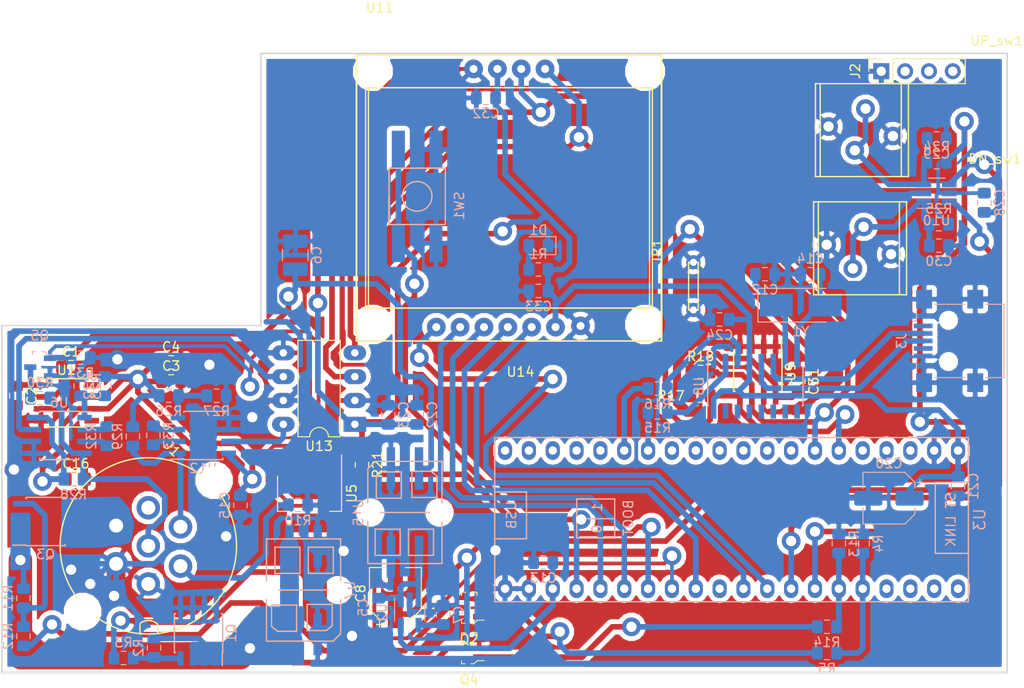
<source format=kicad_pcb>
(kicad_pcb (version 20171130) (host pcbnew "(5.0.2)-1")
  (layers (0 F.Cu signal) (31 B.Cu signal) (34 B.Paste user hide) (35 F.Paste user) (36 B.SilkS user) (37 F.SilkS user) (38 B.Mask user) (39 F.Mask user) (44 Edge.Cuts user))
  (net 0 "")
  (net 1 GND)
  (net 2 +24V)
  (net 3 "Net-(J3-Pad4)")
  (net 4 "Net-(R15-Pad1)")
  (net 5 "Net-(R15-Pad2)")
  (net 6 "Net-(R16-Pad2)")
  (net 7 "Net-(R16-Pad1)")
  (net 8 "Net-(Q1-Pad4)")
  (net 9 "Net-(Q2-Pad1)")
  (net 10 "Net-(C30-Pad1)")
  (net 11 "Net-(C29-Pad1)")
  (net 12 BTN_UP)
  (net 13 BTN_DN)
  (net 14 HandleTempRaw)
  (net 15 "Net-(Q2-Pad3)")
  (net 16 "Net-(Q5-Pad3)")
  (net 17 "Net-(Q4-Pad1)")
  (net 18 "Net-(Q4-Pad3)")
  (net 19 +5vREF)
  (net 20 TC1-)
  (net 21 +3V3)
  (net 22 /MCU/SCL)
  (net 23 "Net-(Q3-Pad4)")
  (net 24 /SolderCon/TipPotential)
  (net 25 +7.5V)
  (net 26 /MCU/SolderPWM1)
  (net 27 /MCU/SDA)
  (net 28 TC2-)
  (net 29 "Net-(D1-Pad2)")
  (net 30 TC1+)
  (net 31 "Net-(R32-Pad1)")
  (net 32 "Net-(R32-Pad2)")
  (net 33 "Net-(R33-Pad2)")
  (net 34 "Net-(R33-Pad1)")
  (net 35 /MCU/SolderPWM2)
  (net 36 "Net-(C7-Pad1)")
  (net 37 "Net-(U13-Pad6)")
  (net 38 "Net-(U1-Pad5)")
  (net 39 "Net-(U1-Pad8)")
  (net 40 Heater1)
  (net 41 "Net-(U12-Pad7)")
  (net 42 "Net-(J3-Pad3)")
  (net 43 "Net-(J3-Pad2)")
  (net 44 "Net-(C12-Pad1)")
  (net 45 "Net-(C14-Pad1)")
  (net 46 "Net-(U8-Pad9)")
  (net 47 "Net-(U8-Pad10)")
  (net 48 "Net-(U8-Pad11)")
  (net 49 "Net-(U8-Pad12)")
  (net 50 "Net-(U8-Pad13)")
  (net 51 "Net-(U8-Pad14)")
  (net 52 "Net-(U8-Pad15)")
  (net 53 "Net-(J1-Pad3)")
  (net 54 "Net-(SW1-Pad1)")
  (net 55 MISO)
  (net 56 CS)
  (net 57 SCK)
  (net 58 MOSI)
  (net 59 AO)
  (net 60 RESET)
  (net 61 "Net-(U3-Pad1)")
  (net 62 "Net-(U3-Pad2)")
  (net 63 "Net-(U3-Pad38)")
  (net 64 "Net-(U3-Pad3)")
  (net 65 "Net-(U3-Pad37)")
  (net 66 "Net-(U3-Pad4)")
  (net 67 "Net-(U3-Pad36)")
  (net 68 "Net-(U3-Pad33)")
  (net 69 "Net-(U3-Pad32)")
  (net 70 "Net-(U3-Pad31)")
  (net 71 "Net-(U3-Pad30)")
  (net 72 "Net-(U3-Pad29)")
  (net 73 "Net-(U3-Pad28)")
  (net 74 /MCU/MOSFETtemp)
  (net 75 "Net-(U3-Pad25)")
  (net 76 "Net-(U3-Pad24)")
  (net 77 "Net-(U3-Pad23)")
  (net 78 "Net-(U3-Pad22)")
  (net 79 "Net-(U3-Pad21)")
  (net 80 "Net-(J3-Pad1)")
  (net 81 Heater2)
  (net 82 "Net-(C2-Pad1)")
  (net 83 "Net-(U5-Pad1)")
  (net 84 "Net-(U5-Pad3)")
  (net 85 "Net-(U5-Pad2)")
  (net 86 /MCU/WMRTresistorDivider)
  (module Libs:Bluepill (layer B.Cu) (at 173.736 88.9 180)
    (fp_text reference U3 (at -26.43 0 90) (layer B.SilkS) (effects (font (size 1.2 1.2)) (justify mirror)))
    (fp_text value Bluepill)
    (fp_text user "ST LINK" (at -23.35 0 90) (layer B.SilkS) (effects (justify mirror)))
    (fp_text user 1 (at 14.3 1.3 90) (layer B.SilkS) (effects (justify mirror)))
    (fp_text user 0 (at 14.35 -1 90) (layer B.SilkS) (effects (justify mirror)))
    (fp_text user BOOT (at 11 0.2 90) (layer B.SilkS) (effects (justify mirror)))
    (fp_text user USB (at 23.45 0.5 90) (layer B.SilkS) (effects (justify mirror)))
    (pad 40 thru_hole oval (at -24.13 7.366 180) (size 1.5 2) (drill 0.9) (layers *.Cu *.Mask) (net 21 +3V3))
    (pad 1 thru_hole oval (at -24.13 -7.366 180) (size 1.5 2) (drill 0.9) (layers *.Cu *.Mask) (net 61 "Net-(U3-Pad1)"))
    (pad 39 thru_hole oval (at -21.59 7.366 180) (size 1.5 2) (drill 0.9) (layers *.Cu *.Mask) (net 1 GND))
    (pad 2 thru_hole oval (at -21.59 -7.366 180) (size 1.5 2) (drill 0.9) (layers *.Cu *.Mask) (net 62 "Net-(U3-Pad2)"))
    (pad 38 thru_hole oval (at -19.05 7.366 180) (size 1.5 2) (drill 0.9) (layers *.Cu *.Mask) (net 63 "Net-(U3-Pad38)"))
    (pad 3 thru_hole oval (at -19.05 -7.366 180) (size 1.5 2) (drill 0.9) (layers *.Cu *.Mask) (net 64 "Net-(U3-Pad3)"))
    (pad 37 thru_hole oval (at -16.51 7.366 180) (size 1.5 2) (drill 0.9) (layers *.Cu *.Mask) (net 65 "Net-(U3-Pad37)"))
    (pad 4 thru_hole oval (at -16.51 -7.366 180) (size 1.5 2) (drill 0.9) (layers *.Cu *.Mask) (net 66 "Net-(U3-Pad4)"))
    (pad 36 thru_hole oval (at -13.97 7.366 180) (size 1.5 2) (drill 0.9) (layers *.Cu *.Mask) (net 67 "Net-(U3-Pad36)"))
    (pad 5 thru_hole oval (at -13.97 -7.366 180) (size 1.5 2) (drill 0.9) (layers *.Cu *.Mask) (net 26 /MCU/SolderPWM1))
    (pad 35 thru_hole oval (at -11.43 7.366 180) (size 1.5 2) (drill 0.9) (layers *.Cu *.Mask) (net 27 /MCU/SDA))
    (pad 6 thru_hole oval (at -11.43 -7.366 180) (size 1.5 2) (drill 0.9) (layers *.Cu *.Mask) (net 35 /MCU/SolderPWM2))
    (pad 34 thru_hole oval (at -8.89 7.366 180) (size 1.5 2) (drill 0.9) (layers *.Cu *.Mask) (net 22 /MCU/SCL))
    (pad 7 thru_hole oval (at -8.89 -7.366 180) (size 1.5 2) (drill 0.9) (layers *.Cu *.Mask) (net 13 BTN_DN))
    (pad 33 thru_hole oval (at -6.35 7.366 180) (size 1.5 2) (drill 0.9) (layers *.Cu *.Mask) (net 68 "Net-(U3-Pad33)"))
    (pad 8 thru_hole oval (at -6.35 -7.366 180) (size 1.5 2) (drill 0.9) (layers *.Cu *.Mask) (net 12 BTN_UP))
    (pad 32 thru_hole oval (at -3.81 7.366 180) (size 1.5 2) (drill 0.9) (layers *.Cu *.Mask) (net 69 "Net-(U3-Pad32)"))
    (pad 9 thru_hole oval (at -3.81 -7.366 180) (size 1.5 2) (drill 0.9) (layers *.Cu *.Mask) (net 56 CS))
    (pad 31 thru_hole oval (at -1.27 7.366 180) (size 1.5 2) (drill 0.9) (layers *.Cu *.Mask) (net 70 "Net-(U3-Pad31)"))
    (pad 10 thru_hole oval (at -1.27 -7.366 180) (size 1.5 2) (drill 0.9) (layers *.Cu *.Mask) (net 57 SCK))
    (pad 30 thru_hole oval (at 1.27 7.366 180) (size 1.5 2) (drill 0.9) (layers *.Cu *.Mask) (net 71 "Net-(U3-Pad30)"))
    (pad 11 thru_hole oval (at 1.27 -7.366 180) (size 1.5 2) (drill 0.9) (layers *.Cu *.Mask) (net 55 MISO))
    (pad 29 thru_hole oval (at 3.81 7.366 180) (size 1.5 2) (drill 0.9) (layers *.Cu *.Mask) (net 72 "Net-(U3-Pad29)"))
    (pad 12 thru_hole oval (at 3.81 -7.366 180) (size 1.5 2) (drill 0.9) (layers *.Cu *.Mask) (net 58 MOSI))
    (pad 28 thru_hole oval (at 6.35 7.366 180) (size 1.5 2) (drill 0.9) (layers *.Cu *.Mask) (net 73 "Net-(U3-Pad28)"))
    (pad 13 thru_hole oval (at 6.35 -7.366 180) (size 1.5 2) (drill 0.9) (layers *.Cu *.Mask) (net 86 /MCU/WMRTresistorDivider))
    (pad 27 thru_hole oval (at 8.89 7.366 180) (size 1.5 2) (drill 0.9) (layers *.Cu *.Mask) (net 4 "Net-(R15-Pad1)"))
    (pad 14 thru_hole oval (at 8.89 -7.366 180) (size 1.5 2) (drill 0.9) (layers *.Cu *.Mask) (net 74 /MCU/MOSFETtemp))
    (pad 26 thru_hole oval (at 11.43 7.366 180) (size 1.5 2) (drill 0.9) (layers *.Cu *.Mask) (net 7 "Net-(R16-Pad1)"))
    (pad 15 thru_hole oval (at 11.43 -7.366 180) (size 1.5 2) (drill 0.9) (layers *.Cu *.Mask) (net 60 RESET))
    (pad 25 thru_hole oval (at 13.97 7.366 180) (size 1.5 2) (drill 0.9) (layers *.Cu *.Mask) (net 75 "Net-(U3-Pad25)"))
    (pad 16 thru_hole oval (at 13.97 -7.366 180) (size 1.5 2) (drill 0.9) (layers *.Cu *.Mask) (net 59 AO))
    (pad 24 thru_hole oval (at 16.51 7.366 180) (size 1.5 2) (drill 0.9) (layers *.Cu *.Mask) (net 76 "Net-(U3-Pad24)"))
    (pad 17 thru_hole oval (at 16.51 -7.366 180) (size 1.5 2) (drill 0.9) (layers *.Cu *.Mask) (net 54 "Net-(SW1-Pad1)"))
    (pad 23 thru_hole oval (at 19.05 7.366 180) (size 1.5 2) (drill 0.9) (layers *.Cu *.Mask) (net 77 "Net-(U3-Pad23)"))
    (pad 18 thru_hole oval (at 19.05 -7.366 180) (size 1.5 2) (drill 0.9) (layers *.Cu *.Mask) (net 21 +3V3))
    (pad 22 thru_hole oval (at 21.59 7.366 180) (size 1.5 2) (drill 0.9) (layers *.Cu *.Mask) (net 78 "Net-(U3-Pad22)"))
    (pad 19 thru_hole oval (at 21.59 -7.366 180) (size 1.5 2) (drill 0.9) (layers *.Cu *.Mask) (net 1 GND))
    (pad 21 thru_hole oval (at 24.13 7.366 180) (size 1.5 2) (drill 0.9) (layers *.Cu *.Mask) (net 79 "Net-(U3-Pad21)"))
    (pad 20 thru_hole oval (at 24.13 -7.366 180) (size 1.5 2) (drill 0.9) (layers *.Cu *.Mask) (net 1 GND))
  )
  (module Connector_PinSocket_2.54mm:PinSocket_1x04_P2.54mm_Vertical (layer F.Cu) (at 189.6872 41.0972 90)
    (fp_text reference J2 (at 0 -2.77 90) (layer F.SilkS))
    (fp_text value I2CHeader)
    (pad 1 thru_hole rect (at 0 0 90) (size 1.7 1.7) (drill 1) (layers *.Cu *.Mask) (net 1 GND))
    (pad 2 thru_hole oval (at 0 2.54 90) (size 1.7 1.7) (drill 1) (layers *.Cu *.Mask) (net 27 /MCU/SDA))
    (pad 3 thru_hole oval (at 0 5.08 90) (size 1.7 1.7) (drill 1) (layers *.Cu *.Mask) (net 27 /MCU/SDA))
    (pad 4 thru_hole oval (at 0 7.62 90) (size 1.7 1.7) (drill 1) (layers *.Cu *.Mask) (net 21 +3V3))
  )
  (module Capacitor_SMD:C_0805_2012Metric_Pad1.15x1.40mm_HandSolder (layer F.Cu) (at 103.378 72.644)
    (fp_text reference C1 (at 0 -1.65) (layer F.SilkS))
    (fp_text value 100N)
    (pad 2 smd roundrect (at 1.025 0) (size 1.15 1.4) (layers F.Cu F.Paste F.Mask) (roundrect_rratio 0.217391) (net 1 GND))
    (pad 1 smd roundrect (at -1.025 0) (size 1.15 1.4) (layers F.Cu F.Paste F.Mask) (roundrect_rratio 0.217391) (net 25 +7.5V))
  )
  (module Capacitor_SMD:C_1210_3225Metric_Pad1.42x2.65mm_HandSolder (layer B.Cu) (at 127.254 60.706 90)
    (fp_text reference C6 (at 0 2.28 90) (layer B.SilkS) (effects (justify mirror)))
    (fp_text value 68uf)
    (pad 2 smd roundrect (at 1.4875 0 90) (size 1.425 2.65) (layers B.Cu B.Paste B.Mask) (roundrect_rratio 0.175439) (net 1 GND))
    (pad 1 smd roundrect (at -1.4875 0 90) (size 1.425 2.65) (layers B.Cu B.Paste B.Mask) (roundrect_rratio 0.175439) (net 25 +7.5V))
  )
  (module Libs:Conn_Microfit_Vertical_molex (layer B.Cu) (at 138.938 88.138)
    (fp_text reference U15 (at -4.95 0 -90) (layer B.SilkS) (effects (justify mirror)))
    (fp_text value +7.5VDC)
    (pad "" np_thru_hole circle (at -3.683 0) (size 2 2) (drill 2) (layers *.Cu *.Mask))
    (pad "" np_thru_hole circle (at 3.683 0) (size 2 2) (drill 2) (layers *.Cu *.Mask))
    (pad 2 smd rect (at 1.5 -4.7) (size 0.9 4.5) (layers B.Cu B.Paste B.Mask) (net 25 +7.5V))
    (pad 3 smd rect (at 1.5 4.7) (size 0.9 4.5) (layers B.Cu B.Paste B.Mask) (net 25 +7.5V))
    (pad 1 smd rect (at -1.5 -4.7) (size 0.9 4.5) (layers B.Cu B.Paste B.Mask) (net 1 GND))
    (pad 4 smd rect (at -1.5 4.7) (size 0.9 4.5) (layers B.Cu B.Paste B.Mask) (net 1 GND))
  )
  (module Libs:Conn_Microfit_Vertical_molex (layer B.Cu) (at 128.14 96.41 180)
    (fp_text reference U7 (at -4.95 0 90) (layer B.SilkS) (effects (justify mirror)))
    (fp_text value +24VDC)
    (pad "" np_thru_hole circle (at -3.683 0 180) (size 2 2) (drill 2) (layers *.Cu *.Mask))
    (pad "" np_thru_hole circle (at 3.683 0 180) (size 2 2) (drill 2) (layers *.Cu *.Mask))
    (pad 2 smd rect (at 1.5 -4.7 180) (size 0.9 4.5) (layers B.Cu B.Paste B.Mask) (net 2 +24V))
    (pad 3 smd rect (at 1.5 4.7 180) (size 0.9 4.5) (layers B.Cu B.Paste B.Mask) (net 2 +24V))
    (pad 1 smd rect (at -1.5 -4.7 180) (size 0.9 4.5) (layers B.Cu B.Paste B.Mask) (net 1 GND))
    (pad 4 smd rect (at -1.5 4.7 180) (size 0.9 4.5) (layers B.Cu B.Paste B.Mask) (net 1 GND))
  )
  (module Capacitor_SMD:CP_Elec_5x5.3 (layer F.Cu) (at 137.922 96.774 90)
    (fp_text reference C8 (at 0 -3.7 90) (layer F.SilkS))
    (fp_text value 2.2uF)
    (pad 2 smd roundrect (at 2.2 0 90) (size 3 1.6) (layers F.Cu F.Paste F.Mask) (roundrect_rratio 0.15625) (net 1 GND))
    (pad 1 smd roundrect (at -2.2 0 90) (size 3 1.6) (layers F.Cu F.Paste F.Mask) (roundrect_rratio 0.15625) (net 21 +3V3))
  )
  (module Capacitor_SMD:CP_Elec_5x5.3 (layer B.Cu) (at 190.5 86.614 180)
    (fp_text reference C20 (at 0 3.7 180) (layer B.SilkS) (effects (justify mirror)))
    (fp_text value 10uF)
    (pad 2 smd roundrect (at 2.2 0 180) (size 3 1.6) (layers B.Cu B.Paste B.Mask) (roundrect_rratio 0.15625) (net 1 GND))
    (pad 1 smd roundrect (at -2.2 0 180) (size 3 1.6) (layers B.Cu B.Paste B.Mask) (roundrect_rratio 0.15625) (net 21 +3V3))
  )
  (module Capacitor_SMD:C_0805_2012Metric_Pad1.15x1.40mm_HandSolder (layer B.Cu) (at 195.825 59.69)
    (fp_text reference C30 (at 0 1.65) (layer B.SilkS) (effects (justify mirror)))
    (fp_text value 10n)
    (pad 2 smd roundrect (at 1.025 0) (size 1.15 1.4) (layers B.Cu B.Paste B.Mask) (roundrect_rratio 0.217391) (net 1 GND))
    (pad 1 smd roundrect (at -1.025 0) (size 1.15 1.4) (layers B.Cu B.Paste B.Mask) (roundrect_rratio 0.217391) (net 10 "Net-(C30-Pad1)"))
  )
  (module Capacitor_SMD:C_0805_2012Metric_Pad1.15x1.40mm_HandSolder (layer B.Cu) (at 200.66 55.118 90)
    (fp_text reference C28 (at 0 1.65 90) (layer B.SilkS) (effects (justify mirror)))
    (fp_text value 100n)
    (pad 2 smd roundrect (at 1.025 0 90) (size 1.15 1.4) (layers B.Cu B.Paste B.Mask) (roundrect_rratio 0.217391) (net 21 +3V3))
    (pad 1 smd roundrect (at -1.025 0 90) (size 1.15 1.4) (layers B.Cu B.Paste B.Mask) (roundrect_rratio 0.217391) (net 1 GND))
  )
  (module Capacitor_SMD:C_0805_2012Metric_Pad1.15x1.40mm_HandSolder (layer F.Cu) (at 114.037 72.136)
    (fp_text reference C4 (at 0 -1.65) (layer F.SilkS))
    (fp_text value 1u)
    (pad 2 smd roundrect (at 1.025 0) (size 1.15 1.4) (layers F.Cu F.Paste F.Mask) (roundrect_rratio 0.217391) (net 1 GND))
    (pad 1 smd roundrect (at -1.025 0) (size 1.15 1.4) (layers F.Cu F.Paste F.Mask) (roundrect_rratio 0.217391) (net 19 +5vREF))
  )
  (module Capacitor_SMD:C_0805_2012Metric_Pad1.15x1.40mm_HandSolder (layer B.Cu) (at 147.574 43.942)
    (fp_text reference C32 (at 0 1.65) (layer B.SilkS) (effects (justify mirror)))
    (fp_text value 100n)
    (pad 2 smd roundrect (at 1.025 0) (size 1.15 1.4) (layers B.Cu B.Paste B.Mask) (roundrect_rratio 0.217391) (net 21 +3V3))
    (pad 1 smd roundrect (at -1.025 0) (size 1.15 1.4) (layers B.Cu B.Paste B.Mask) (roundrect_rratio 0.217391) (net 1 GND))
  )
  (module Capacitor_SMD:C_0805_2012Metric_Pad1.15x1.40mm_HandSolder (layer B.Cu) (at 172.466 67.564)
    (fp_text reference C24 (at 0 1.65) (layer B.SilkS) (effects (justify mirror)))
    (fp_text value 100n)
    (pad 2 smd roundrect (at 1.025 0) (size 1.15 1.4) (layers B.Cu B.Paste B.Mask) (roundrect_rratio 0.217391) (net 21 +3V3))
    (pad 1 smd roundrect (at -1.025 0) (size 1.15 1.4) (layers B.Cu B.Paste B.Mask) (roundrect_rratio 0.217391) (net 1 GND))
  )
  (module Capacitor_SMD:C_0805_2012Metric_Pad1.15x1.40mm_HandSolder (layer B.Cu) (at 137.16 77.724 90)
    (fp_text reference C23 (at 0 1.65 90) (layer B.SilkS) (effects (justify mirror)))
    (fp_text value 10n)
    (pad 2 smd roundrect (at 1.025 0 90) (size 1.15 1.4) (layers B.Cu B.Paste B.Mask) (roundrect_rratio 0.217391) (net 1 GND))
    (pad 1 smd roundrect (at -1.025 0 90) (size 1.15 1.4) (layers B.Cu B.Paste B.Mask) (roundrect_rratio 0.217391) (net 21 +3V3))
  )
  (module Capacitor_SMD:C_0805_2012Metric_Pad1.15x1.40mm_HandSolder (layer B.Cu) (at 197.866 85.344 90)
    (fp_text reference C21 (at 0 1.65 90) (layer B.SilkS) (effects (justify mirror)))
    (fp_text value 100n)
    (pad 2 smd roundrect (at 1.025 0 90) (size 1.15 1.4) (layers B.Cu B.Paste B.Mask) (roundrect_rratio 0.217391) (net 21 +3V3))
    (pad 1 smd roundrect (at -1.025 0 90) (size 1.15 1.4) (layers B.Cu B.Paste B.Mask) (roundrect_rratio 0.217391) (net 1 GND))
  )
  (module Capacitor_SMD:C_0805_2012Metric_Pad1.15x1.40mm_HandSolder (layer B.Cu) (at 153.162 64.516)
    (fp_text reference C33 (at 0 1.65) (layer B.SilkS) (effects (justify mirror)))
    (fp_text value 100n)
    (pad 2 smd roundrect (at 1.025 0) (size 1.15 1.4) (layers B.Cu B.Paste B.Mask) (roundrect_rratio 0.217391) (net 21 +3V3))
    (pad 1 smd roundrect (at -1.025 0) (size 1.15 1.4) (layers B.Cu B.Paste B.Mask) (roundrect_rratio 0.217391) (net 1 GND))
  )
  (module Capacitor_SMD:C_0805_2012Metric_Pad1.15x1.40mm_HandSolder (layer F.Cu) (at 180.848 74.168 270)
    (fp_text reference C31 (at 0 -1.65 270) (layer F.SilkS))
    (fp_text value 100n)
    (pad 2 smd roundrect (at 1.025 0 270) (size 1.15 1.4) (layers F.Cu F.Paste F.Mask) (roundrect_rratio 0.217391) (net 21 +3V3))
    (pad 1 smd roundrect (at -1.025 0 270) (size 1.15 1.4) (layers F.Cu F.Paste F.Mask) (roundrect_rratio 0.217391) (net 1 GND))
  )
  (module Capacitor_SMD:C_0805_2012Metric_Pad1.15x1.40mm_HandSolder (layer B.Cu) (at 195.58 48.26)
    (fp_text reference C29 (at 0 1.65) (layer B.SilkS) (effects (justify mirror)))
    (fp_text value 10n)
    (pad 2 smd roundrect (at 1.025 0) (size 1.15 1.4) (layers B.Cu B.Paste B.Mask) (roundrect_rratio 0.217391) (net 1 GND))
    (pad 1 smd roundrect (at -1.025 0) (size 1.15 1.4) (layers B.Cu B.Paste B.Mask) (roundrect_rratio 0.217391) (net 11 "Net-(C29-Pad1)"))
  )
  (module Capacitor_SMD:C_0805_2012Metric_Pad1.15x1.40mm_HandSolder (layer B.Cu) (at 121.412 87.376 270)
    (fp_text reference C15 (at 0 1.65 270) (layer B.SilkS) (effects (justify mirror)))
    (fp_text value 100n)
    (pad 2 smd roundrect (at 1.025 0 270) (size 1.15 1.4) (layers B.Cu B.Paste B.Mask) (roundrect_rratio 0.217391) (net 1 GND))
    (pad 1 smd roundrect (at -1.025 0 270) (size 1.15 1.4) (layers B.Cu B.Paste B.Mask) (roundrect_rratio 0.217391) (net 19 +5vREF))
  )
  (module Capacitor_SMD:C_0805_2012Metric_Pad1.15x1.40mm_HandSolder (layer B.Cu) (at 153.67 93.472)
    (fp_text reference C13 (at 0 1.65) (layer B.SilkS) (effects (justify mirror)))
    (fp_text value 100n)
    (pad 2 smd roundrect (at 1.025 0) (size 1.15 1.4) (layers B.Cu B.Paste B.Mask) (roundrect_rratio 0.217391) (net 21 +3V3))
    (pad 1 smd roundrect (at -1.025 0) (size 1.15 1.4) (layers B.Cu B.Paste B.Mask) (roundrect_rratio 0.217391) (net 1 GND))
  )
  (module Capacitor_SMD:C_0805_2012Metric_Pad1.15x1.40mm_HandSolder (layer B.Cu) (at 177.292 62.738)
    (fp_text reference C12 (at 0 1.65) (layer B.SilkS) (effects (justify mirror)))
    (fp_text value C_Small)
    (pad 2 smd roundrect (at 1.025 0) (size 1.15 1.4) (layers B.Cu B.Paste B.Mask) (roundrect_rratio 0.217391) (net 1 GND))
    (pad 1 smd roundrect (at -1.025 0) (size 1.15 1.4) (layers B.Cu B.Paste B.Mask) (roundrect_rratio 0.217391) (net 44 "Net-(C12-Pad1)"))
  )
  (module Capacitor_SMD:C_0805_2012Metric_Pad1.15x1.40mm_HandSolder (layer B.Cu) (at 140.208 77.724 90)
    (fp_text reference C22 (at 0 1.65 90) (layer B.SilkS) (effects (justify mirror)))
    (fp_text value 100n)
    (pad 2 smd roundrect (at 1.025 0 90) (size 1.15 1.4) (layers B.Cu B.Paste B.Mask) (roundrect_rratio 0.217391) (net 1 GND))
    (pad 1 smd roundrect (at -1.025 0 90) (size 1.15 1.4) (layers B.Cu B.Paste B.Mask) (roundrect_rratio 0.217391) (net 21 +3V3))
  )
  (module Capacitor_SMD:C_0805_2012Metric_Pad1.15x1.40mm_HandSolder (layer B.Cu) (at 143.002 99.06 90)
    (fp_text reference C7 (at 0 1.65 90) (layer B.SilkS) (effects (justify mirror)))
    (fp_text value 100pF)
    (pad 2 smd roundrect (at 1.025 0 90) (size 1.15 1.4) (layers B.Cu B.Paste B.Mask) (roundrect_rratio 0.217391) (net 1 GND))
    (pad 1 smd roundrect (at -1.025 0 90) (size 1.15 1.4) (layers B.Cu B.Paste B.Mask) (roundrect_rratio 0.217391) (net 36 "Net-(C7-Pad1)"))
  )
  (module Capacitor_SMD:C_0805_2012Metric_Pad1.15x1.40mm_HandSolder (layer B.Cu) (at 136.144 98.298 270)
    (fp_text reference C5 (at 0 1.65 270) (layer B.SilkS) (effects (justify mirror)))
    (fp_text value 1uF)
    (pad 2 smd roundrect (at 1.025 0 270) (size 1.15 1.4) (layers B.Cu B.Paste B.Mask) (roundrect_rratio 0.217391) (net 1 GND))
    (pad 1 smd roundrect (at -1.025 0 270) (size 1.15 1.4) (layers B.Cu B.Paste B.Mask) (roundrect_rratio 0.217391) (net 25 +7.5V))
  )
  (module Capacitor_SMD:C_0805_2012Metric_Pad1.15x1.40mm_HandSolder (layer F.Cu) (at 114.037 74.168)
    (fp_text reference C3 (at 0 -1.65) (layer F.SilkS))
    (fp_text value 100N)
    (pad 2 smd roundrect (at 1.025 0) (size 1.15 1.4) (layers F.Cu F.Paste F.Mask) (roundrect_rratio 0.217391) (net 1 GND))
    (pad 1 smd roundrect (at -1.025 0) (size 1.15 1.4) (layers F.Cu F.Paste F.Mask) (roundrect_rratio 0.217391) (net 19 +5vREF))
  )
  (module Capacitor_SMD:C_0805_2012Metric_Pad1.15x1.40mm_HandSolder (layer F.Cu) (at 97.536 75.692 270)
    (fp_text reference C2 (at 0 -1.65 270) (layer F.SilkS))
    (fp_text value 100N)
    (pad 2 smd roundrect (at 1.025 0 270) (size 1.15 1.4) (layers F.Cu F.Paste F.Mask) (roundrect_rratio 0.217391) (net 1 GND))
    (pad 1 smd roundrect (at -1.025 0 270) (size 1.15 1.4) (layers F.Cu F.Paste F.Mask) (roundrect_rratio 0.217391) (net 82 "Net-(C2-Pad1)"))
  )
  (module Capacitor_SMD:C_0805_2012Metric_Pad1.15x1.40mm_HandSolder (layer F.Cu) (at 103.886 84.582)
    (fp_text reference C16 (at 0 -1.65) (layer F.SilkS))
    (fp_text value 100n)
    (pad 2 smd roundrect (at 1.025 0) (size 1.15 1.4) (layers F.Cu F.Paste F.Mask) (roundrect_rratio 0.217391) (net 1 GND))
    (pad 1 smd roundrect (at -1.025 0) (size 1.15 1.4) (layers F.Cu F.Paste F.Mask) (roundrect_rratio 0.217391) (net 19 +5vREF))
  )
  (module Capacitor_SMD:C_0805_2012Metric_Pad1.15x1.40mm_HandSolder (layer B.Cu) (at 182.127 62.738 180)
    (fp_text reference C14 (at 0 1.65 180) (layer B.SilkS) (effects (justify mirror)))
    (fp_text value C_Small)
    (pad 2 smd roundrect (at 1.025 0 180) (size 1.15 1.4) (layers B.Cu B.Paste B.Mask) (roundrect_rratio 0.217391) (net 1 GND))
    (pad 1 smd roundrect (at -1.025 0 180) (size 1.15 1.4) (layers B.Cu B.Paste B.Mask) (roundrect_rratio 0.217391) (net 45 "Net-(C14-Pad1)"))
  )
  (module Connector_USB:USB_Mini-B_Lumberg_2486_01_Horizontal (layer B.Cu) (at 196.85 69.85 270)
    (fp_text reference J3 (at 0 5 270) (layer B.SilkS) (effects (justify mirror)))
    (fp_text value USB_B_Mini)
    (pad "" np_thru_hole circle (at 2.2 0 270) (size 1 1) (drill 1) (layers *.Cu *.Mask))
    (pad "" np_thru_hole circle (at -2.2 0 270) (size 1 1) (drill 1) (layers *.Cu *.Mask))
    (pad 6 smd rect (at 4.45 -2.85 270) (size 2 1.7) (layers B.Cu B.Paste B.Mask) (net 1 GND))
    (pad 6 smd rect (at 4.45 2.6 270) (size 2 1.7) (layers B.Cu B.Paste B.Mask) (net 1 GND))
    (pad 6 smd rect (at -4.45 -2.85 270) (size 2 1.7) (layers B.Cu B.Paste B.Mask) (net 1 GND))
    (pad 6 smd rect (at -4.45 2.6 270) (size 2 1.7) (layers B.Cu B.Paste B.Mask) (net 1 GND))
    (pad 5 smd rect (at 1.6 2.7 270) (size 0.5 2) (layers B.Cu B.Paste B.Mask) (net 1 GND))
    (pad 4 smd rect (at 0.8 2.7 270) (size 0.5 2) (layers B.Cu B.Paste B.Mask) (net 3 "Net-(J3-Pad4)"))
    (pad 3 smd rect (at 0 2.7 270) (size 0.5 2) (layers B.Cu B.Paste B.Mask) (net 42 "Net-(J3-Pad3)"))
    (pad 2 smd rect (at -0.8 2.7 270) (size 0.5 2) (layers B.Cu B.Paste B.Mask) (net 43 "Net-(J3-Pad2)"))
    (pad 1 smd rect (at -1.6 2.7 270) (size 0.5 2) (layers B.Cu B.Paste B.Mask) (net 80 "Net-(J3-Pad1)"))
  )
  (module Crystal:Crystal_SMD_5032-2Pin_5.0x3.2mm_HandSoldering (layer B.Cu) (at 181.102 66.04)
    (fp_text reference Y1 (at 0 2.8) (layer B.SilkS) (effects (justify mirror)))
    (fp_text value 12MHZ)
    (pad 2 smd rect (at 2.6 0) (size 3.5 2.4) (layers B.Cu B.Paste B.Mask) (net 45 "Net-(C14-Pad1)"))
    (pad 1 smd rect (at -2.6 0) (size 3.5 2.4) (layers B.Cu B.Paste B.Mask) (net 44 "Net-(C12-Pad1)"))
  )
  (module Diode_SMD:D_0805_2012Metric_Pad1.15x1.40mm_HandSolder (layer B.Cu) (at 153.162 59.69 180)
    (fp_text reference D1 (at 0 1.65 180) (layer B.SilkS) (effects (justify mirror)))
    (fp_text value Green)
    (pad 2 smd roundrect (at 1.025 0 180) (size 1.15 1.4) (layers B.Cu B.Paste B.Mask) (roundrect_rratio 0.217391) (net 29 "Net-(D1-Pad2)"))
    (pad 1 smd roundrect (at -1.025 0 180) (size 1.15 1.4) (layers B.Cu B.Paste B.Mask) (roundrect_rratio 0.217391) (net 1 GND))
  )
  (module Libs:JUMPER_5MM (layer F.Cu) (at 168.656 62.484 90)
    (fp_text reference JP1 (at 2.174 -2.84 90) (layer F.SilkS))
    (fp_text value "Grounding pad")
    (pad 2 thru_hole circle (at 1.016 1.016 90) (size 1.524 1.524) (drill 0.762) (layers *.Cu *.Mask) (net 1 GND))
    (pad 1 thru_hole circle (at -4.064 1.016 90) (size 1.524 1.524) (drill 0.762) (layers *.Cu *.Mask) (net 1 GND))
  )
  (module Libs:OLED_128x64_i2c (layer F.Cu) (at 150.35 57.45 180)
    (fp_text reference U14 (at -0.9 -15.7 180) (layer F.SilkS))
    (fp_text value OLED_128x64_SPI_0.96")
    (pad 6 thru_hole circle (at 5.5289 -10.9254 180) (size 2 2) (drill 0.85) (layers *.Cu *.Mask) (net 59 AO))
    (pad 7 thru_hole circle (at 8.0689 -10.9254 180) (size 2 2) (drill 0.85) (layers *.Cu *.Mask) (net 56 CS))
    (pad 5 thru_hole circle (at 2.9889 -10.9254 180) (size 2 2) (drill 0.85) (layers *.Cu *.Mask) (net 60 RESET))
    (pad "" np_thru_hole circle (at -14.2 -10.65 180) (size 3.2 3.2) (drill 3.2) (layers *.Cu *.Mask))
    (pad 21 np_thru_hole circle (at 14.8 -10.65 180) (size 3.2 3.2) (drill 3.2) (layers *.Cu *.Mask))
    (pad 12 np_thru_hole circle (at -14.2 16.35 180) (size 3.2 3.2) (drill 3.2) (layers *.Cu *.Mask))
    (pad 22 np_thru_hole circle (at 14.8 16.35 180) (size 3.2 3.2) (drill 3.2) (layers *.Cu *.Mask))
    (pad 1 thru_hole circle (at -7.2981 -10.7984 180) (size 2 2) (drill 0.85) (layers *.Cu *.Mask) (net 1 GND))
    (pad 2 thru_hole circle (at -4.6311 -10.9254 180) (size 2 2) (drill 0.85) (layers *.Cu *.Mask) (net 21 +3V3))
    (pad 3 thru_hole circle (at -2.0911 -10.9254 180) (size 2 2) (drill 0.85) (layers *.Cu *.Mask) (net 57 SCK))
    (pad 4 thru_hole circle (at 0.4489 -10.9254 180) (size 2 2) (drill 0.85) (layers *.Cu *.Mask) (net 58 MOSI))
  )
  (module "Libs:PushBTN KSC241G" (layer B.Cu) (at 142.24 59.436 90)
    (fp_text reference SW1 (at 4 2.5 90) (layer B.SilkS) (effects (justify mirror)))
    (fp_text value SW_Push)
    (pad 1 smd rect (at 10 -4 90) (size 4 1.4) (layers B.Cu B.Paste B.Mask) (net 54 "Net-(SW1-Pad1)"))
    (pad 2 smd rect (at 10 0 90) (size 4 1.4) (layers B.Cu B.Paste B.Mask) (net 1 GND))
    (pad 2 smd rect (at 0 0 90) (size 4 1.4) (layers B.Cu B.Paste B.Mask) (net 1 GND))
    (pad 1 smd rect (at 0 -4 90) (size 4 1.4) (layers B.Cu B.Paste B.Mask) (net 54 "Net-(SW1-Pad1)"))
  )
  (module Libs:WellerConn (layer F.Cu) (at 111.6 91.7 180)
    (fp_text reference J1 (at -2.556545 10.35609 135) (layer F.SilkS))
    (fp_text value WellerConn)
    (pad "" np_thru_hole circle (at -7 7 225) (size 3 3) (drill 3) (layers *.Cu *.Mask))
    (pad "" np_thru_hole circle (at 7 -7 225) (size 3 3) (drill 3) (layers *.Cu *.Mask))
    (pad 7 thru_hole circle (at 0 -4.064 195) (size 2.5 2.5) (drill 1.5) (layers *.Cu *.Mask) (net 40 Heater1))
    (pad 5 thru_hole circle (at -3.429 -2.159 195) (size 2.5 2.5) (drill 1.5) (layers *.Cu *.Mask) (net 24 /SolderCon/TipPotential))
    (pad 1 thru_hole circle (at 3.429 -1.905 195) (size 2.5 2.5) (drill 1.5) (layers *.Cu *.Mask) (net 1 GND))
    (pad 4 thru_hole circle (at -3.429 2.032 195) (size 2.5 2.5) (drill 1.5) (layers *.Cu *.Mask) (net 14 HandleTempRaw))
    (pad 3 thru_hole circle (at 0 4.064 195) (size 2.5 2.5) (drill 1.5) (layers *.Cu *.Mask) (net 53 "Net-(J1-Pad3)"))
    (pad 2 thru_hole circle (at 3.429 2.159 195) (size 2.5 2.5) (drill 1.5) (layers *.Cu *.Mask) (net 81 Heater2))
    (pad 6 thru_hole circle (at 0 0 195) (size 2.5 2.5) (drill 1.5) (layers *.Cu *.Mask) (net 30 TC1+))
  )
  (module Libs:libOLED_128x64_i2c (layer F.Cu) (at 135.5 37.35)
    (fp_text reference U11 (at 0.75 -3) (layer F.SilkS))
    (fp_text value OLED_128x64_i2c_0.96")
    (pad "" np_thru_hole circle (at 0 3.75) (size 3.2 3.2) (drill 3.2) (layers *.Cu *.Mask))
    (pad 21 np_thru_hole circle (at 29 3.75) (size 3.2 3.2) (drill 3.2) (layers *.Cu *.Mask))
    (pad 12 np_thru_hole circle (at 0 30.75) (size 3.2 3.2) (drill 3.2) (layers *.Cu *.Mask))
    (pad 22 np_thru_hole circle (at 29 30.75) (size 3.2 3.2) (drill 3.2) (layers *.Cu *.Mask))
    (pad 1 thru_hole circle (at 10.75 3.5) (size 2 2) (drill 0.85) (layers *.Cu *.Mask) (net 1 GND))
    (pad 2 thru_hole circle (at 13.29 3.5) (size 2 2) (drill 0.85) (layers *.Cu *.Mask) (net 21 +3V3))
    (pad 3 thru_hole circle (at 15.83 3.5) (size 2 2) (drill 0.85) (layers *.Cu *.Mask) (net 22 /MCU/SCL))
    (pad 4 thru_hole circle (at 18.37 3.5) (size 2 2) (drill 0.85) (layers *.Cu *.Mask) (net 27 /MCU/SDA))
  )
  (module Package_DIP:DIP-8_W7.62mm_LongPads (layer F.Cu) (at 133.604 78.74 180)
    (fp_text reference U13 (at 3.81 -2.33 180) (layer F.SilkS))
    (fp_text value ADS1115-DIP)
    (pad 8 thru_hole oval (at 7.62 0 180) (size 2.4 1.6) (drill 0.8) (layers *.Cu *.Mask) (net 41 "Net-(U12-Pad7)"))
    (pad 4 thru_hole oval (at 0 7.62 180) (size 2.4 1.6) (drill 0.8) (layers *.Cu *.Mask) (net 27 /MCU/SDA))
    (pad 7 thru_hole oval (at 7.62 2.54 180) (size 2.4 1.6) (drill 0.8) (layers *.Cu *.Mask) (net 1 GND))
    (pad 3 thru_hole oval (at 0 5.08 180) (size 2.4 1.6) (drill 0.8) (layers *.Cu *.Mask) (net 22 /MCU/SCL))
    (pad 6 thru_hole oval (at 7.62 5.08 180) (size 2.4 1.6) (drill 0.8) (layers *.Cu *.Mask) (net 37 "Net-(U13-Pad6)"))
    (pad 2 thru_hole oval (at 0 2.54 180) (size 2.4 1.6) (drill 0.8) (layers *.Cu *.Mask) (net 1 GND))
    (pad 5 thru_hole oval (at 7.62 7.62 180) (size 2.4 1.6) (drill 0.8) (layers *.Cu *.Mask) (net 1 GND))
    (pad 1 thru_hole rect (at 0 0 180) (size 2.4 1.6) (drill 0.8) (layers *.Cu *.Mask) (net 21 +3V3))
  )
  (module Package_SO:SOIC-16_3.9x9.9mm_P1.27mm (layer B.Cu) (at 176.276 74.676 270)
    (fp_text reference U8 (at 0 6 270) (layer B.SilkS) (effects (justify mirror)))
    (fp_text value CH340G)
    (pad 16 smd rect (at 2.7 4.445 270) (size 1.5 0.6) (layers B.Cu B.Paste B.Mask) (net 21 +3V3))
    (pad 15 smd rect (at 2.7 3.175 270) (size 1.5 0.6) (layers B.Cu B.Paste B.Mask) (net 52 "Net-(U8-Pad15)"))
    (pad 14 smd rect (at 2.7 1.905 270) (size 1.5 0.6) (layers B.Cu B.Paste B.Mask) (net 51 "Net-(U8-Pad14)"))
    (pad 13 smd rect (at 2.7 0.635 270) (size 1.5 0.6) (layers B.Cu B.Paste B.Mask) (net 50 "Net-(U8-Pad13)"))
    (pad 12 smd rect (at 2.7 -0.635 270) (size 1.5 0.6) (layers B.Cu B.Paste B.Mask) (net 49 "Net-(U8-Pad12)"))
    (pad 11 smd rect (at 2.7 -1.905 270) (size 1.5 0.6) (layers B.Cu B.Paste B.Mask) (net 48 "Net-(U8-Pad11)"))
    (pad 10 smd rect (at 2.7 -3.175 270) (size 1.5 0.6) (layers B.Cu B.Paste B.Mask) (net 47 "Net-(U8-Pad10)"))
    (pad 9 smd rect (at 2.7 -4.445 270) (size 1.5 0.6) (layers B.Cu B.Paste B.Mask) (net 46 "Net-(U8-Pad9)"))
    (pad 8 smd rect (at -2.7 -4.445 270) (size 1.5 0.6) (layers B.Cu B.Paste B.Mask) (net 45 "Net-(C14-Pad1)"))
    (pad 7 smd rect (at -2.7 -3.175 270) (size 1.5 0.6) (layers B.Cu B.Paste B.Mask) (net 44 "Net-(C12-Pad1)"))
    (pad 6 smd rect (at -2.7 -1.905 270) (size 1.5 0.6) (layers B.Cu B.Paste B.Mask) (net 43 "Net-(J3-Pad2)"))
    (pad 5 smd rect (at -2.7 -0.635 270) (size 1.5 0.6) (layers B.Cu B.Paste B.Mask) (net 42 "Net-(J3-Pad3)"))
    (pad 4 smd rect (at -2.7 0.635 270) (size 1.5 0.6) (layers B.Cu B.Paste B.Mask) (net 21 +3V3))
    (pad 3 smd rect (at -2.7 1.905 270) (size 1.5 0.6) (layers B.Cu B.Paste B.Mask) (net 6 "Net-(R16-Pad2)"))
    (pad 2 smd rect (at -2.7 3.175 270) (size 1.5 0.6) (layers B.Cu B.Paste B.Mask) (net 5 "Net-(R15-Pad2)"))
    (pad 1 smd rect (at -2.7 4.445 270) (size 1.5 0.6) (layers B.Cu B.Paste B.Mask) (net 1 GND))
  )
  (module Package_SO:SOIC-8_3.9x4.9mm_P1.27mm (layer B.Cu) (at 100.65 89.1)
    (fp_text reference Q3 (at 0 3.5) (layer B.SilkS) (effects (justify mirror)))
    (fp_text value Si4435)
    (pad 8 smd rect (at 2.7 1.905) (size 1.55 0.6) (layers B.Cu B.Paste B.Mask) (net 81 Heater2))
    (pad 7 smd rect (at 2.7 0.635) (size 1.55 0.6) (layers B.Cu B.Paste B.Mask) (net 81 Heater2))
    (pad 6 smd rect (at 2.7 -0.635) (size 1.55 0.6) (layers B.Cu B.Paste B.Mask) (net 81 Heater2))
    (pad 5 smd rect (at 2.7 -1.905) (size 1.55 0.6) (layers B.Cu B.Paste B.Mask) (net 81 Heater2))
    (pad 4 smd rect (at -2.7 -1.905) (size 1.55 0.6) (layers B.Cu B.Paste B.Mask) (net 23 "Net-(Q3-Pad4)"))
    (pad 3 smd rect (at -2.7 -0.635) (size 1.55 0.6) (layers B.Cu B.Paste B.Mask) (net 2 +24V))
    (pad 2 smd rect (at -2.7 0.635) (size 1.55 0.6) (layers B.Cu B.Paste B.Mask) (net 2 +24V))
    (pad 1 smd rect (at -2.7 1.905) (size 1.55 0.6) (layers B.Cu B.Paste B.Mask) (net 2 +24V))
  )
  (module Package_SO:SOIC-8_3.9x4.9mm_P1.27mm (layer B.Cu) (at 116.95 101 90)
    (fp_text reference Q1 (at 0 3.5 90) (layer B.SilkS) (effects (justify mirror)))
    (fp_text value Si4435)
    (pad 8 smd rect (at 2.7 1.905 90) (size 1.55 0.6) (layers B.Cu B.Paste B.Mask) (net 40 Heater1))
    (pad 7 smd rect (at 2.7 0.635 90) (size 1.55 0.6) (layers B.Cu B.Paste B.Mask) (net 40 Heater1))
    (pad 6 smd rect (at 2.7 -0.635 90) (size 1.55 0.6) (layers B.Cu B.Paste B.Mask) (net 40 Heater1))
    (pad 5 smd rect (at 2.7 -1.905 90) (size 1.55 0.6) (layers B.Cu B.Paste B.Mask) (net 40 Heater1))
    (pad 4 smd rect (at -2.7 -1.905 90) (size 1.55 0.6) (layers B.Cu B.Paste B.Mask) (net 8 "Net-(Q1-Pad4)"))
    (pad 3 smd rect (at -2.7 -0.635 90) (size 1.55 0.6) (layers B.Cu B.Paste B.Mask) (net 2 +24V))
    (pad 2 smd rect (at -2.7 0.635 90) (size 1.55 0.6) (layers B.Cu B.Paste B.Mask) (net 2 +24V))
    (pad 1 smd rect (at -2.7 1.905 90) (size 1.55 0.6) (layers B.Cu B.Paste B.Mask) (net 2 +24V))
  )
  (module Package_SO:SOIC-8_3.9x4.9mm_P1.27mm (layer F.Cu) (at 102.87 76.454)
    (fp_text reference U1 (at 0 -3.5) (layer F.SilkS))
    (fp_text value MAX6126_50)
    (pad 8 smd rect (at 2.7 -1.905) (size 1.55 0.6) (layers F.Cu F.Paste F.Mask) (net 39 "Net-(U1-Pad8)"))
    (pad 7 smd rect (at 2.7 -0.635) (size 1.55 0.6) (layers F.Cu F.Paste F.Mask) (net 19 +5vREF))
    (pad 6 smd rect (at 2.7 0.635) (size 1.55 0.6) (layers F.Cu F.Paste F.Mask) (net 19 +5vREF))
    (pad 5 smd rect (at 2.7 1.905) (size 1.55 0.6) (layers F.Cu F.Paste F.Mask) (net 38 "Net-(U1-Pad5)"))
    (pad 4 smd rect (at -2.7 1.905) (size 1.55 0.6) (layers F.Cu F.Paste F.Mask) (net 1 GND))
    (pad 3 smd rect (at -2.7 0.635) (size 1.55 0.6) (layers F.Cu F.Paste F.Mask) (net 1 GND))
    (pad 2 smd rect (at -2.7 -0.635) (size 1.55 0.6) (layers F.Cu F.Paste F.Mask) (net 25 +7.5V))
    (pad 1 smd rect (at -2.7 -1.905) (size 1.55 0.6) (layers F.Cu F.Paste F.Mask) (net 82 "Net-(C2-Pad1)"))
  )
  (module Package_SO:SOIC-8_3.9x4.9mm_P1.27mm (layer B.Cu) (at 117.46 79.93)
    (fp_text reference U12 (at 0 3.5) (layer B.SilkS) (effects (justify mirror)))
    (fp_text value AD8221)
    (pad 8 smd rect (at 2.7 1.905) (size 1.55 0.6) (layers B.Cu B.Paste B.Mask) (net 19 +5vREF))
    (pad 7 smd rect (at 2.7 0.635) (size 1.55 0.6) (layers B.Cu B.Paste B.Mask) (net 41 "Net-(U12-Pad7)"))
    (pad 6 smd rect (at 2.7 -0.635) (size 1.55 0.6) (layers B.Cu B.Paste B.Mask) (net 1 GND))
    (pad 5 smd rect (at 2.7 -1.905) (size 1.55 0.6) (layers B.Cu B.Paste B.Mask) (net 1 GND))
    (pad 4 smd rect (at -2.7 -1.905) (size 1.55 0.6) (layers B.Cu B.Paste B.Mask) (net 28 TC2-))
    (pad 3 smd rect (at -2.7 -0.635) (size 1.55 0.6) (layers B.Cu B.Paste B.Mask) (net 33 "Net-(R33-Pad2)"))
    (pad 2 smd rect (at -2.7 0.635) (size 1.55 0.6) (layers B.Cu B.Paste B.Mask) (net 34 "Net-(R33-Pad1)"))
    (pad 1 smd rect (at -2.7 1.905) (size 1.55 0.6) (layers B.Cu B.Paste B.Mask) (net 14 HandleTempRaw))
  )
  (module Package_SO:SOIC-8_3.9x4.9mm_P1.27mm (layer F.Cu) (at 176.53 73.152 270)
    (fp_text reference U9 (at 0 -3.5 270) (layer F.SilkS))
    (fp_text value M24C01-WMN)
    (pad 8 smd rect (at 2.7 -1.905 270) (size 1.55 0.6) (layers F.Cu F.Paste F.Mask) (net 21 +3V3))
    (pad 7 smd rect (at 2.7 -0.635 270) (size 1.55 0.6) (layers F.Cu F.Paste F.Mask) (net 1 GND))
    (pad 6 smd rect (at 2.7 0.635 270) (size 1.55 0.6) (layers F.Cu F.Paste F.Mask) (net 22 /MCU/SCL))
    (pad 5 smd rect (at 2.7 1.905 270) (size 1.55 0.6) (layers F.Cu F.Paste F.Mask) (net 27 /MCU/SDA))
    (pad 4 smd rect (at -2.7 1.905 270) (size 1.55 0.6) (layers F.Cu F.Paste F.Mask) (net 1 GND))
    (pad 3 smd rect (at -2.7 0.635 270) (size 1.55 0.6) (layers F.Cu F.Paste F.Mask) (net 1 GND))
    (pad 2 smd rect (at -2.7 -0.635 270) (size 1.55 0.6) (layers F.Cu F.Paste F.Mask) (net 1 GND))
    (pad 1 smd rect (at -2.7 -1.905 270) (size 1.55 0.6) (layers F.Cu F.Paste F.Mask) (net 1 GND))
  )
  (module Package_SO:SOIC-8_3.9x4.9mm_P1.27mm (layer B.Cu) (at 102.108 79.93 180)
    (fp_text reference U6 (at 0 3.5 180) (layer B.SilkS) (effects (justify mirror)))
    (fp_text value AD8221)
    (pad 8 smd rect (at 2.7 1.905 180) (size 1.55 0.6) (layers B.Cu B.Paste B.Mask) (net 19 +5vREF))
    (pad 7 smd rect (at 2.7 0.635 180) (size 1.55 0.6) (layers B.Cu B.Paste B.Mask) (net 37 "Net-(U13-Pad6)"))
    (pad 6 smd rect (at 2.7 -0.635 180) (size 1.55 0.6) (layers B.Cu B.Paste B.Mask) (net 1 GND))
    (pad 5 smd rect (at 2.7 -1.905 180) (size 1.55 0.6) (layers B.Cu B.Paste B.Mask) (net 1 GND))
    (pad 4 smd rect (at -2.7 -1.905 180) (size 1.55 0.6) (layers B.Cu B.Paste B.Mask) (net 30 TC1+))
    (pad 3 smd rect (at -2.7 -0.635 180) (size 1.55 0.6) (layers B.Cu B.Paste B.Mask) (net 32 "Net-(R32-Pad2)"))
    (pad 2 smd rect (at -2.7 0.635 180) (size 1.55 0.6) (layers B.Cu B.Paste B.Mask) (net 31 "Net-(R32-Pad1)"))
    (pad 1 smd rect (at -2.7 1.905 180) (size 1.55 0.6) (layers B.Cu B.Paste B.Mask) (net 20 TC1-))
  )
  (module Package_TO_SOT_SMD:SOT-223 (layer F.Cu) (at 128.778 86.106 270)
    (fp_text reference U5 (at 0 -4.5 270) (layer F.SilkS))
    (fp_text value DS2401Z)
    (pad 1 smd rect (at -3.15 -2.3 270) (size 2 1.5) (layers F.Cu F.Paste F.Mask) (net 83 "Net-(U5-Pad1)"))
    (pad 3 smd rect (at -3.15 2.3 270) (size 2 1.5) (layers F.Cu F.Paste F.Mask) (net 84 "Net-(U5-Pad3)"))
    (pad 2 smd rect (at -3.15 0 270) (size 2 1.5) (layers F.Cu F.Paste F.Mask) (net 85 "Net-(U5-Pad2)"))
    (pad 4 smd rect (at 3.15 0 270) (size 2 3.8) (layers F.Cu F.Paste F.Mask) (net 85 "Net-(U5-Pad2)"))
  )
  (module Package_TO_SOT_SMD:SOT-23-5_HandSoldering (layer B.Cu) (at 139.446 98.806 270)
    (fp_text reference U2 (at 0 2.9 270) (layer B.SilkS) (effects (justify mirror)))
    (fp_text value AP2210-3.3V)
    (pad 5 smd rect (at 1.35 0.95 270) (size 1.56 0.65) (layers B.Cu B.Paste B.Mask) (net 21 +3V3))
    (pad 4 smd rect (at 1.35 -0.95 270) (size 1.56 0.65) (layers B.Cu B.Paste B.Mask) (net 36 "Net-(C7-Pad1)"))
    (pad 3 smd rect (at -1.35 -0.95 270) (size 1.56 0.65) (layers B.Cu B.Paste B.Mask) (net 25 +7.5V))
    (pad 2 smd rect (at -1.35 0 270) (size 1.56 0.65) (layers B.Cu B.Paste B.Mask) (net 1 GND))
    (pad 1 smd rect (at -1.35 0.95 270) (size 1.56 0.65) (layers B.Cu B.Paste B.Mask) (net 25 +7.5V))
  )
  (module Package_TO_SOT_SMD:SOT-23-6_Handsoldering (layer B.Cu) (at 195.58 54.102)
    (fp_text reference U10 (at 0 2.9) (layer B.SilkS) (effects (justify mirror)))
    (fp_text value 74HCT2G14GV)
    (pad 5 smd rect (at 1.35 0) (size 1.56 0.65) (layers B.Cu B.Paste B.Mask) (net 21 +3V3))
    (pad 6 smd rect (at 1.35 0.95) (size 1.56 0.65) (layers B.Cu B.Paste B.Mask) (net 12 BTN_UP))
    (pad 4 smd rect (at 1.35 -0.95) (size 1.56 0.65) (layers B.Cu B.Paste B.Mask) (net 13 BTN_DN))
    (pad 3 smd rect (at -1.35 -0.95) (size 1.56 0.65) (layers B.Cu B.Paste B.Mask) (net 11 "Net-(C29-Pad1)"))
    (pad 2 smd rect (at -1.35 0) (size 1.56 0.65) (layers B.Cu B.Paste B.Mask) (net 1 GND))
    (pad 1 smd rect (at -1.35 0.95) (size 1.56 0.65) (layers B.Cu B.Paste B.Mask) (net 10 "Net-(C30-Pad1)"))
  )
  (module Resistor_SMD:R_0805_2012Metric_Pad1.15x1.40mm_HandSolder (layer B.Cu) (at 98.298 101.337 270)
    (fp_text reference R12 (at 0 1.65 270) (layer B.SilkS) (effects (justify mirror)))
    (fp_text value 10K)
    (pad 2 smd roundrect (at 1.025 0 270) (size 1.15 1.4) (layers B.Cu B.Paste B.Mask) (roundrect_rratio 0.217391) (net 18 "Net-(Q4-Pad3)"))
    (pad 1 smd roundrect (at -1.025 0 270) (size 1.15 1.4) (layers B.Cu B.Paste B.Mask) (roundrect_rratio 0.217391) (net 23 "Net-(Q3-Pad4)"))
  )
  (module Resistor_SMD:R_0805_2012Metric_Pad1.15x1.40mm_HandSolder (layer B.Cu) (at 185.166 91.449 90)
    (fp_text reference R13 (at 0 1.65 90) (layer B.SilkS) (effects (justify mirror)))
    (fp_text value 100K)
    (pad 2 smd roundrect (at 1.025 0 90) (size 1.15 1.4) (layers B.Cu B.Paste B.Mask) (roundrect_rratio 0.217391) (net 1 GND))
    (pad 1 smd roundrect (at -1.025 0 90) (size 1.15 1.4) (layers B.Cu B.Paste B.Mask) (roundrect_rratio 0.217391) (net 35 /MCU/SolderPWM2))
  )
  (module Resistor_SMD:R_0805_2012Metric_Pad1.15x1.40mm_HandSolder (layer B.Cu) (at 98.298 97.282 270)
    (fp_text reference R11 (at 0 1.65 270) (layer B.SilkS) (effects (justify mirror)))
    (fp_text value 10K)
    (pad 2 smd roundrect (at 1.025 0 270) (size 1.15 1.4) (layers B.Cu B.Paste B.Mask) (roundrect_rratio 0.217391) (net 23 "Net-(Q3-Pad4)"))
    (pad 1 smd roundrect (at -1.025 0 270) (size 1.15 1.4) (layers B.Cu B.Paste B.Mask) (roundrect_rratio 0.217391) (net 2 +24V))
  )
  (module Resistor_SMD:R_0805_2012Metric_Pad1.15x1.40mm_HandSolder (layer B.Cu) (at 112.14 79.915 90)
    (fp_text reference R33 (at 0 1.65 90) (layer B.SilkS) (effects (justify mirror)))
    (fp_text value "5.62K 1%")
    (pad 2 smd roundrect (at 1.025 0 90) (size 1.15 1.4) (layers B.Cu B.Paste B.Mask) (roundrect_rratio 0.217391) (net 33 "Net-(R33-Pad2)"))
    (pad 1 smd roundrect (at -1.025 0 90) (size 1.15 1.4) (layers B.Cu B.Paste B.Mask) (roundrect_rratio 0.217391) (net 34 "Net-(R33-Pad1)"))
  )
  (module Resistor_SMD:R_0805_2012Metric_Pad1.15x1.40mm_HandSolder (layer B.Cu) (at 107.188 80.01 270)
    (fp_text reference R32 (at 0 1.65 270) (layer B.SilkS) (effects (justify mirror)))
    (fp_text value "5.62K 1%")
    (pad 2 smd roundrect (at 1.025 0 270) (size 1.15 1.4) (layers B.Cu B.Paste B.Mask) (roundrect_rratio 0.217391) (net 32 "Net-(R32-Pad2)"))
    (pad 1 smd roundrect (at -1.025 0 270) (size 1.15 1.4) (layers B.Cu B.Paste B.Mask) (roundrect_rratio 0.217391) (net 31 "Net-(R32-Pad1)"))
  )
  (module Resistor_SMD:R_0805_2012Metric_Pad1.15x1.40mm_HandSolder (layer B.Cu) (at 104.394 71.628)
    (fp_text reference R31 (at 0 1.65) (layer B.SilkS) (effects (justify mirror)))
    (fp_text value 10K)
    (pad 2 smd roundrect (at 1.025 0) (size 1.15 1.4) (layers B.Cu B.Paste B.Mask) (roundrect_rratio 0.217391) (net 1 GND))
    (pad 1 smd roundrect (at -1.025 0) (size 1.15 1.4) (layers B.Cu B.Paste B.Mask) (roundrect_rratio 0.217391) (net 86 /MCU/WMRTresistorDivider))
  )
  (module Resistor_SMD:R_0805_2012Metric_Pad1.15x1.40mm_HandSolder (layer B.Cu) (at 100.076 75.946 180)
    (fp_text reference R30 (at 0 1.65 180) (layer B.SilkS) (effects (justify mirror)))
    (fp_text value 2K)
    (pad 2 smd roundrect (at 1.025 0 180) (size 1.15 1.4) (layers B.Cu B.Paste B.Mask) (roundrect_rratio 0.217391) (net 16 "Net-(Q5-Pad3)"))
    (pad 1 smd roundrect (at -1.025 0 180) (size 1.15 1.4) (layers B.Cu B.Paste B.Mask) (roundrect_rratio 0.217391) (net 30 TC1+))
  )
  (module Resistor_SMD:R_0805_2012Metric_Pad1.15x1.40mm_HandSolder (layer B.Cu) (at 118.872 75.692)
    (fp_text reference R27 (at 0 1.65) (layer B.SilkS) (effects (justify mirror)))
    (fp_text value 1K)
    (pad 2 smd roundrect (at 1.025 0) (size 1.15 1.4) (layers B.Cu B.Paste B.Mask) (roundrect_rratio 0.217391) (net 1 GND))
    (pad 1 smd roundrect (at -1.025 0) (size 1.15 1.4) (layers B.Cu B.Paste B.Mask) (roundrect_rratio 0.217391) (net 28 TC2-))
  )
  (module Resistor_SMD:R_0805_2012Metric_Pad1.15x1.40mm_HandSolder (layer B.Cu) (at 165.862 77.47)
    (fp_text reference R15 (at 0 1.65) (layer B.SilkS) (effects (justify mirror)))
    (fp_text value 1k)
    (pad 2 smd roundrect (at 1.025 0) (size 1.15 1.4) (layers B.Cu B.Paste B.Mask) (roundrect_rratio 0.217391) (net 5 "Net-(R15-Pad2)"))
    (pad 1 smd roundrect (at -1.025 0) (size 1.15 1.4) (layers B.Cu B.Paste B.Mask) (roundrect_rratio 0.217391) (net 4 "Net-(R15-Pad1)"))
  )
  (module Resistor_SMD:R_0805_2012Metric_Pad1.15x1.40mm_HandSolder (layer B.Cu) (at 165.862 74.93)
    (fp_text reference R16 (at 0 1.65) (layer B.SilkS) (effects (justify mirror)))
    (fp_text value 1k)
    (pad 2 smd roundrect (at 1.025 0) (size 1.15 1.4) (layers B.Cu B.Paste B.Mask) (roundrect_rratio 0.217391) (net 6 "Net-(R16-Pad2)"))
    (pad 1 smd roundrect (at -1.025 0) (size 1.15 1.4) (layers B.Cu B.Paste B.Mask) (roundrect_rratio 0.217391) (net 7 "Net-(R16-Pad1)"))
  )
  (module Resistor_SMD:R_0805_2012Metric_Pad1.15x1.40mm_HandSolder (layer B.Cu) (at 153.162 62.23 180)
    (fp_text reference R1 (at 0 1.65 180) (layer B.SilkS) (effects (justify mirror)))
    (fp_text value 10K)
    (pad 2 smd roundrect (at 1.025 0 180) (size 1.15 1.4) (layers B.Cu B.Paste B.Mask) (roundrect_rratio 0.217391) (net 29 "Net-(D1-Pad2)"))
    (pad 1 smd roundrect (at -1.025 0 180) (size 1.15 1.4) (layers B.Cu B.Paste B.Mask) (roundrect_rratio 0.217391) (net 21 +3V3))
  )
  (module Resistor_SMD:R_0805_2012Metric_Pad1.15x1.40mm_HandSolder (layer B.Cu) (at 112.21 102.555 270)
    (fp_text reference R2 (at 0 1.65 270) (layer B.SilkS) (effects (justify mirror)))
    (fp_text value 10K)
    (pad 2 smd roundrect (at 1.025 0 270) (size 1.15 1.4) (layers B.Cu B.Paste B.Mask) (roundrect_rratio 0.217391) (net 8 "Net-(Q1-Pad4)"))
    (pad 1 smd roundrect (at -1.025 0 270) (size 1.15 1.4) (layers B.Cu B.Paste B.Mask) (roundrect_rratio 0.217391) (net 2 +24V))
  )
  (module Resistor_SMD:R_0805_2012Metric_Pad1.15x1.40mm_HandSolder (layer B.Cu) (at 109.96 80.025 270)
    (fp_text reference R29 (at 0 1.65 270) (layer B.SilkS) (effects (justify mirror)))
    (fp_text value 1K)
    (pad 2 smd roundrect (at 1.025 0 270) (size 1.15 1.4) (layers B.Cu B.Paste B.Mask) (roundrect_rratio 0.217391) (net 14 HandleTempRaw))
    (pad 1 smd roundrect (at -1.025 0 270) (size 1.15 1.4) (layers B.Cu B.Paste B.Mask) (roundrect_rratio 0.217391) (net 19 +5vREF))
  )
  (module Resistor_SMD:R_0805_2012Metric_Pad1.15x1.40mm_HandSolder (layer B.Cu) (at 108.96 103.65 180)
    (fp_text reference R3 (at 0 1.65 180) (layer B.SilkS) (effects (justify mirror)))
    (fp_text value 10K)
    (pad 2 smd roundrect (at 1.025 0 180) (size 1.15 1.4) (layers B.Cu B.Paste B.Mask) (roundrect_rratio 0.217391) (net 15 "Net-(Q2-Pad3)"))
    (pad 1 smd roundrect (at -1.025 0 180) (size 1.15 1.4) (layers B.Cu B.Paste B.Mask) (roundrect_rratio 0.217391) (net 8 "Net-(Q1-Pad4)"))
  )
  (module Resistor_SMD:R_0805_2012Metric_Pad1.15x1.40mm_HandSolder (layer B.Cu) (at 113.783 75.692)
    (fp_text reference R26 (at 0 1.65) (layer B.SilkS) (effects (justify mirror)))
    (fp_text value 1K)
    (pad 2 smd roundrect (at 1.025 0) (size 1.15 1.4) (layers B.Cu B.Paste B.Mask) (roundrect_rratio 0.217391) (net 28 TC2-))
    (pad 1 smd roundrect (at -1.025 0) (size 1.15 1.4) (layers B.Cu B.Paste B.Mask) (roundrect_rratio 0.217391) (net 19 +5vREF))
  )
  (module Resistor_SMD:R_0805_2012Metric_Pad1.15x1.40mm_HandSolder (layer B.Cu) (at 103.632 84.582)
    (fp_text reference R28 (at 0 1.65) (layer B.SilkS) (effects (justify mirror)))
    (fp_text value 1K)
    (pad 2 smd roundrect (at 1.025 0) (size 1.15 1.4) (layers B.Cu B.Paste B.Mask) (roundrect_rratio 0.217391) (net 30 TC1+))
    (pad 1 smd roundrect (at -1.025 0) (size 1.15 1.4) (layers B.Cu B.Paste B.Mask) (roundrect_rratio 0.217391) (net 19 +5vREF))
  )
  (module Resistor_SMD:R_0805_2012Metric_Pad1.15x1.40mm_HandSolder (layer B.Cu) (at 183.896 103.124)
    (fp_text reference R5 (at 0 1.65) (layer B.SilkS) (effects (justify mirror)))
    (fp_text value 100R)
    (pad 2 smd roundrect (at 1.025 0) (size 1.15 1.4) (layers B.Cu B.Paste B.Mask) (roundrect_rratio 0.217391) (net 26 /MCU/SolderPWM1))
    (pad 1 smd roundrect (at -1.025 0) (size 1.15 1.4) (layers B.Cu B.Paste B.Mask) (roundrect_rratio 0.217391) (net 9 "Net-(Q2-Pad1)"))
  )
  (module Resistor_SMD:R_0805_2012Metric_Pad1.15x1.40mm_HandSolder (layer B.Cu) (at 127.55 87.34)
    (fp_text reference R10 (at 0 1.65) (layer B.SilkS) (effects (justify mirror)))
    (fp_text value 1M)
    (pad 2 smd roundrect (at 1.025 0) (size 1.15 1.4) (layers B.Cu B.Paste B.Mask) (roundrect_rratio 0.217391) (net 1 GND))
    (pad 1 smd roundrect (at -1.025 0) (size 1.15 1.4) (layers B.Cu B.Paste B.Mask) (roundrect_rratio 0.217391) (net 24 /SolderCon/TipPotential))
  )
  (module Resistor_SMD:R_0805_2012Metric_Pad1.15x1.40mm_HandSolder (layer F.Cu) (at 170.434 75.692)
    (fp_text reference R17 (at -3.157001 0.008999) (layer F.SilkS))
    (fp_text value 5k1)
    (pad 2 smd roundrect (at 1.025 0) (size 1.15 1.4) (layers F.Cu F.Paste F.Mask) (roundrect_rratio 0.217391) (net 27 /MCU/SDA))
    (pad 1 smd roundrect (at -1.025 0) (size 1.15 1.4) (layers F.Cu F.Paste F.Mask) (roundrect_rratio 0.217391) (net 21 +3V3))
  )
  (module Resistor_SMD:R_0805_2012Metric_Pad1.15x1.40mm_HandSolder (layer B.Cu) (at 106.934 74.676 270)
    (fp_text reference R22 (at 0 1.65 270) (layer B.SilkS) (effects (justify mirror)))
    (fp_text value 1K)
    (pad 2 smd roundrect (at 1.025 0 270) (size 1.15 1.4) (layers B.Cu B.Paste B.Mask) (roundrect_rratio 0.217391) (net 20 TC1-))
    (pad 1 smd roundrect (at -1.025 0 270) (size 1.15 1.4) (layers B.Cu B.Paste B.Mask) (roundrect_rratio 0.217391) (net 19 +5vREF))
  )
  (module Resistor_SMD:R_0805_2012Metric_Pad1.15x1.40mm_HandSolder (layer B.Cu) (at 104.394 74.676 90)
    (fp_text reference R23 (at 0 1.65 90) (layer B.SilkS) (effects (justify mirror)))
    (fp_text value 1K)
    (pad 2 smd roundrect (at 1.025 0 90) (size 1.15 1.4) (layers B.Cu B.Paste B.Mask) (roundrect_rratio 0.217391) (net 1 GND))
    (pad 1 smd roundrect (at -1.025 0 90) (size 1.15 1.4) (layers B.Cu B.Paste B.Mask) (roundrect_rratio 0.217391) (net 20 TC1-))
  )
  (module Resistor_SMD:R_0805_2012Metric_Pad1.15x1.40mm_HandSolder (layer B.Cu) (at 195.58 50.8 180)
    (fp_text reference R24 (at 0 1.65 180) (layer B.SilkS) (effects (justify mirror)))
    (fp_text value 100K)
    (pad 2 smd roundrect (at 1.025 0 180) (size 1.15 1.4) (layers B.Cu B.Paste B.Mask) (roundrect_rratio 0.217391) (net 11 "Net-(C29-Pad1)"))
    (pad 1 smd roundrect (at -1.025 0 180) (size 1.15 1.4) (layers B.Cu B.Paste B.Mask) (roundrect_rratio 0.217391) (net 21 +3V3))
  )
  (module Resistor_SMD:R_0805_2012Metric_Pad1.15x1.40mm_HandSolder (layer B.Cu) (at 183.896 100.33)
    (fp_text reference R14 (at 0 1.65) (layer B.SilkS) (effects (justify mirror)))
    (fp_text value 100R)
    (pad 2 smd roundrect (at 1.025 0) (size 1.15 1.4) (layers B.Cu B.Paste B.Mask) (roundrect_rratio 0.217391) (net 35 /MCU/SolderPWM2))
    (pad 1 smd roundrect (at -1.025 0) (size 1.15 1.4) (layers B.Cu B.Paste B.Mask) (roundrect_rratio 0.217391) (net 17 "Net-(Q4-Pad1)"))
  )
  (module Resistor_SMD:R_0805_2012Metric_Pad1.15x1.40mm_HandSolder (layer B.Cu) (at 195.825 57.404 180)
    (fp_text reference R25 (at 0 1.65 180) (layer B.SilkS) (effects (justify mirror)))
    (fp_text value 100K)
    (pad 2 smd roundrect (at 1.025 0 180) (size 1.15 1.4) (layers B.Cu B.Paste B.Mask) (roundrect_rratio 0.217391) (net 10 "Net-(C30-Pad1)"))
    (pad 1 smd roundrect (at -1.025 0 180) (size 1.15 1.4) (layers B.Cu B.Paste B.Mask) (roundrect_rratio 0.217391) (net 21 +3V3))
  )
  (module Resistor_SMD:R_0805_2012Metric_Pad1.15x1.40mm_HandSolder (layer B.Cu) (at 187.706 91.449 90)
    (fp_text reference R4 (at 0 1.65 90) (layer B.SilkS) (effects (justify mirror)))
    (fp_text value 100K)
    (pad 2 smd roundrect (at 1.025 0 90) (size 1.15 1.4) (layers B.Cu B.Paste B.Mask) (roundrect_rratio 0.217391) (net 1 GND))
    (pad 1 smd roundrect (at -1.025 0 90) (size 1.15 1.4) (layers B.Cu B.Paste B.Mask) (roundrect_rratio 0.217391) (net 26 /MCU/SolderPWM1))
  )
  (module Resistor_SMD:R_0805_2012Metric_Pad1.15x1.40mm_HandSolder (layer F.Cu) (at 134.366 83.049 270)
    (fp_text reference R21 (at 0 -1.65 270) (layer F.SilkS))
    (fp_text value 1K5-5K)
    (pad 2 smd roundrect (at 1.025 0 270) (size 1.15 1.4) (layers F.Cu F.Paste F.Mask) (roundrect_rratio 0.217391) (net 74 /MCU/MOSFETtemp))
    (pad 1 smd roundrect (at -1.025 0 270) (size 1.15 1.4) (layers F.Cu F.Paste F.Mask) (roundrect_rratio 0.217391) (net 21 +3V3))
  )
  (module Resistor_SMD:R_0805_2012Metric_Pad1.15x1.40mm_HandSolder (layer F.Cu) (at 170.434 73.152)
    (fp_text reference R18 (at 0 -1.65) (layer F.SilkS))
    (fp_text value 5k1)
    (pad 2 smd roundrect (at 1.025 0) (size 1.15 1.4) (layers F.Cu F.Paste F.Mask) (roundrect_rratio 0.217391) (net 22 /MCU/SCL))
    (pad 1 smd roundrect (at -1.025 0) (size 1.15 1.4) (layers F.Cu F.Paste F.Mask) (roundrect_rratio 0.217391) (net 21 +3V3))
  )
  (module digikey-footprints:SOT-23-3 (layer B.Cu) (at 100.076 72.644 180)
    (fp_text reference Q5 (at 0.025 3.375 180) (layer B.SilkS) (effects (justify mirror)))
    (fp_text value BSS138)
    (pad 1 smd rect (at -1.05 0.95 180) (size 1.3 0.6) (layers B.Cu B.Paste B.Mask) (net 86 /MCU/WMRTresistorDivider))
    (pad 2 smd rect (at -1.05 -0.95 180) (size 1.3 0.6) (layers B.Cu B.Paste B.Mask) (net 1 GND))
    (pad 3 smd rect (at 1.05 0 180) (size 1.3 0.6) (layers B.Cu B.Paste B.Mask) (net 16 "Net-(Q5-Pad3)"))
  )
  (module digikey-footprints:SOT-23-3 (layer F.Cu) (at 145.796 102.616 180)
    (fp_text reference Q4 (at 0.025 -3.375 180) (layer F.SilkS))
    (fp_text value BSS138)
    (pad 1 smd rect (at -1.05 -0.95 180) (size 1.3 0.6) (layers F.Cu F.Paste F.Mask) (net 17 "Net-(Q4-Pad1)"))
    (pad 2 smd rect (at -1.05 0.95 180) (size 1.3 0.6) (layers F.Cu F.Paste F.Mask) (net 1 GND))
    (pad 3 smd rect (at 1.05 0 180) (size 1.3 0.6) (layers F.Cu F.Paste F.Mask) (net 18 "Net-(Q4-Pad3)"))
  )
  (module digikey-footprints:SOT-23-3 (layer F.Cu) (at 145.796 98.298 180)
    (fp_text reference Q2 (at 0.025 -3.375 180) (layer F.SilkS))
    (fp_text value BSS138)
    (pad 1 smd rect (at -1.05 -0.95 180) (size 1.3 0.6) (layers F.Cu F.Paste F.Mask) (net 9 "Net-(Q2-Pad1)"))
    (pad 2 smd rect (at -1.05 0.95 180) (size 1.3 0.6) (layers F.Cu F.Paste F.Mask) (net 1 GND))
    (pad 3 smd rect (at 1.05 0 180) (size 1.3 0.6) (layers F.Cu F.Paste F.Mask) (net 15 "Net-(Q2-Pad3)"))
  )
  (module Libs:WellerBTN (layer F.Cu) (at 187.3 60.1)
    (fp_text reference DN_sw1 (at 14.478 -9.652) (layer F.SilkS))
    (fp_text value SW_Push_Dual)
    (pad 1 thru_hole circle (at 0.508 -2.413) (size 2 2) (drill 1.1) (layers *.Cu *.Mask) (net 10 "Net-(C30-Pad1)"))
    (pad 2 thru_hole circle (at -3.429 -0.508) (size 2 2) (drill 1.1) (layers *.Cu *.Mask) (net 1 GND))
    (pad 4 thru_hole circle (at 3.429 0.508) (size 2 2) (drill 1.1) (layers *.Cu *.Mask) (net 1 GND))
    (pad 3 thru_hole circle (at -0.635 2.032) (size 2 2) (drill 1.1) (layers *.Cu *.Mask) (net 10 "Net-(C30-Pad1)"))
  )
  (module Libs:WellerBTN (layer F.Cu) (at 187.5 47.5)
    (fp_text reference UP_sw1 (at 14.478 -9.652) (layer F.SilkS))
    (fp_text value SW_Push_Dual)
    (pad 1 thru_hole circle (at 0.508 -2.413) (size 2 2) (drill 1.1) (layers *.Cu *.Mask) (net 11 "Net-(C29-Pad1)"))
    (pad 2 thru_hole circle (at -3.429 -0.508) (size 2 2) (drill 1.1) (layers *.Cu *.Mask) (net 1 GND))
    (pad 4 thru_hole circle (at 3.429 0.508) (size 2 2) (drill 1.1) (layers *.Cu *.Mask) (net 1 GND))
    (pad 3 thru_hole circle (at -0.635 2.032) (size 2 2) (drill 1.1) (layers *.Cu *.Mask) (net 11 "Net-(C29-Pad1)"))
  )
  (gr_line (start 123.6 68.2) (end 96 68.2) (layer Edge.Cuts) (width 0.15))
  (gr_line (start 96 105.2) (end 96 68.2) (layer Edge.Cuts) (width 0.15))
  (gr_line (start 123.6 39.2) (end 123.6 68.2) (layer Edge.Cuts) (width 0.15))
  (gr_line (start 203.1 39.2) (end 123.6 39.2) (layer Edge.Cuts) (width 0.15))
  (gr_line (start 203.1 105.2) (end 203.1 39.2) (layer Edge.Cuts) (width 0.15))
  (gr_line (start 96 105.2) (end 203.1 105.2) (layer Edge.Cuts) (width 0.2))
  (segment (start 127.762 69.203386) (end 126.376614 67.818) (width 0.6) (layer B.Cu) (net 0))
  (segment (start 127.762 72.39) (end 127.762 69.203386) (width 0.6) (layer B.Cu) (net 0))
  (segment (start 126.376614 67.818) (end 124.17501 67.818) (width 0.6) (layer B.Cu) (net 0))
  (via (at 132.41 92.24) (size 2) (drill 1.1) (layers F.Cu B.Cu) (net 1))
  (segment (start 129.64 91.71) (end 131.88 91.71) (width 2) (layer B.Cu) (net 1))
  (segment (start 131.88 91.71) (end 132.41 92.24) (width 2) (layer B.Cu) (net 1))
  (via (at 133.3 101.3) (size 2) (drill 1.1) (layers F.Cu B.Cu) (net 1))
  (segment (start 129.64 101.11) (end 133.11 101.11) (width 2) (layer B.Cu) (net 1))
  (segment (start 133.11 101.11) (end 133.3 101.3) (width 2) (layer B.Cu) (net 1))
  (segment (start 129.622999 99.037212) (end 129.622999 92.817001) (width 2) (layer F.Cu) (net 1))
  (segment (start 131.885787 101.3) (end 129.622999 99.037212) (width 2) (layer F.Cu) (net 1))
  (segment (start 133.3 101.3) (end 131.885787 101.3) (width 2) (layer F.Cu) (net 1))
  (segment (start 130.418786 92.817001) (end 129.622999 92.817001) (width 2) (layer F.Cu) (net 1))
  (segment (start 130.995787 92.24) (end 130.418786 92.817001) (width 2) (layer F.Cu) (net 1))
  (segment (start 132.41 92.24) (end 130.995787 92.24) (width 2) (layer F.Cu) (net 1))
  (segment (start 112.285002 93.605) (end 114.100002 91.79) (width 0.6) (layer B.Cu) (net 1))
  (segment (start 108.171 93.605) (end 112.285002 93.605) (width 0.6) (layer B.Cu) (net 1))
  (segment (start 114.100002 91.79) (end 116.46 91.79) (width 0.6) (layer B.Cu) (net 1))
  (segment (start 116.779001 91.470999) (end 116.819001 91.470999) (width 0.6) (layer B.Cu) (net 1))
  (segment (start 116.46 91.79) (end 116.779001 91.470999) (width 0.6) (layer B.Cu) (net 1))
  (segment (start 116.819001 91.470999) (end 117.35 90.94) (width 0.6) (layer B.Cu) (net 1))
  (segment (start 117.35 90.94) (end 117.35 88.19) (width 0.6) (layer B.Cu) (net 1))
  (segment (start 117.35 88.19) (end 116.3 87.14) (width 0.6) (layer B.Cu) (net 1))
  (segment (start 116.3 87.14) (end 116.3 83.18) (width 0.6) (layer B.Cu) (net 1))
  (segment (start 116.3 83.18) (end 117.89 81.59) (width 0.6) (layer B.Cu) (net 1))
  (segment (start 117.89 81.59) (end 117.89 80.17) (width 0.6) (layer B.Cu) (net 1))
  (segment (start 118.765 79.295) (end 120.16 79.295) (width 0.6) (layer B.Cu) (net 1))
  (segment (start 117.89 80.17) (end 118.765 79.295) (width 0.6) (layer B.Cu) (net 1))
  (segment (start 120.16 78.025) (end 120.16 79.295) (width 0.6) (layer B.Cu) (net 1))
  (segment (start 119.897 77.762) (end 120.16 78.025) (width 0.6) (layer B.Cu) (net 1))
  (segment (start 119.897 75.692) (end 119.897 77.762) (width 0.6) (layer B.Cu) (net 1))
  (via (at 118.11 72.39) (size 2) (drill 1.1) (layers F.Cu B.Cu) (net 1))
  (segment (start 115.062 72.136) (end 117.856 72.136) (width 0.6) (layer F.Cu) (net 1))
  (segment (start 117.856 72.136) (end 118.11 72.39) (width 0.6) (layer F.Cu) (net 1))
  (via (at 97.282 83.566) (size 2) (drill 1.1) (layers F.Cu B.Cu) (net 1))
  (segment (start 100.17 78.359) (end 100.17 80.678) (width 0.6) (layer F.Cu) (net 1))
  (segment (start 100.17 80.678) (end 97.282 83.566) (width 0.6) (layer F.Cu) (net 1))
  (via (at 103.378 94.234) (size 2) (drill 1.1) (layers F.Cu B.Cu) (net 1))
  (segment (start 108.171 93.605) (end 104.007 93.605) (width 0.6) (layer B.Cu) (net 1))
  (segment (start 104.007 93.605) (end 103.378 94.234) (width 0.6) (layer B.Cu) (net 1))
  (via (at 107.95 97.028) (size 2) (drill 1.1) (layers F.Cu B.Cu) (net 1))
  (segment (start 108.171 93.605) (end 108.171 96.807) (width 0.6) (layer B.Cu) (net 1))
  (segment (start 108.171 96.807) (end 107.95 97.028) (width 0.6) (layer B.Cu) (net 1))
  (via (at 105.41 95.758) (size 2) (drill 1.1) (layers F.Cu B.Cu) (net 1))
  (segment (start 108.171 93.605) (end 107.563 93.605) (width 0.6) (layer B.Cu) (net 1))
  (segment (start 107.563 93.605) (end 105.41 95.758) (width 0.6) (layer B.Cu) (net 1))
  (segment (start 110.825097 98.321989) (end 115.038011 98.321989) (width 2) (layer F.Cu) (net 1))
  (segment (start 110.674717 98.171609) (end 110.825097 98.321989) (width 2) (layer F.Cu) (net 1))
  (segment (start 120.542999 92.817001) (end 129.622999 92.817001) (width 2) (layer F.Cu) (net 1))
  (segment (start 110.452943 98.171609) (end 110.674717 98.171609) (width 2) (layer F.Cu) (net 1))
  (segment (start 108.171 95.889666) (end 110.452943 98.171609) (width 2) (layer F.Cu) (net 1))
  (segment (start 115.038011 98.321989) (end 120.542999 92.817001) (width 2) (layer F.Cu) (net 1))
  (segment (start 108.171 93.605) (end 108.171 95.889666) (width 2) (layer F.Cu) (net 1))
  (via (at 122.682 77.978) (size 2) (drill 1.1) (layers F.Cu B.Cu) (net 1))
  (segment (start 125.984 76.2) (end 124.46 76.2) (width 0.6) (layer F.Cu) (net 1))
  (segment (start 124.46 76.2) (end 122.682 77.978) (width 0.6) (layer F.Cu) (net 1))
  (segment (start 122.682 77.978) (end 121.477 77.978) (width 0.6) (layer B.Cu) (net 1))
  (segment (start 122.635 78.025) (end 122.682 77.978) (width 0.6) (layer B.Cu) (net 1))
  (segment (start 120.16 78.025) (end 122.635 78.025) (width 0.6) (layer B.Cu) (net 1))
  (segment (start 97.028 80.264) (end 97.536 80.772) (width 0.6) (layer B.Cu) (net 1))
  (segment (start 97.583 80.565) (end 97.028 80.01) (width 0.6) (layer B.Cu) (net 1))
  (segment (start 99.408 80.565) (end 97.583 80.565) (width 0.6) (layer B.Cu) (net 1))
  (segment (start 97.028 80.01) (end 97.028 80.264) (width 0.6) (layer B.Cu) (net 1))
  (segment (start 171.831 70.826) (end 172.299 70.358) (width 0.4) (layer B.Cu) (net 1))
  (segment (start 171.831 71.976) (end 171.831 70.826) (width 0.4) (layer B.Cu) (net 1))
  (segment (start 172.299 70.358) (end 173.482 70.358) (width 0.4) (layer B.Cu) (net 1))
  (segment (start 173.482 70.358) (end 173.736 70.612) (width 0.4) (layer B.Cu) (net 1))
  (segment (start 173.736 70.612) (end 173.736 70.840998) (width 0.4) (layer B.Cu) (net 1))
  (segment (start 171.131 71.976) (end 168.656 74.451) (width 0.4) (layer B.Cu) (net 1))
  (segment (start 171.831 71.976) (end 171.131 71.976) (width 0.4) (layer B.Cu) (net 1))
  (segment (start 168.656 74.451) (end 168.656 75.692) (width 0.4) (layer B.Cu) (net 1))
  (segment (start 168.656 75.692) (end 168.148 76.2) (width 0.4) (layer B.Cu) (net 1))
  (segment (start 165.862 76.2) (end 165.862 73.66) (width 0.4) (layer B.Cu) (net 1))
  (segment (start 168.148 76.2) (end 165.862 76.2) (width 0.4) (layer B.Cu) (net 1))
  (segment (start 165.862 76.2) (end 163.83 76.2) (width 0.4) (layer B.Cu) (net 1))
  (segment (start 165.862 76.2) (end 165.862 79.502) (width 0.4) (layer B.Cu) (net 1))
  (segment (start 163.83 76.2) (end 163.576 76.454) (width 0.4) (layer B.Cu) (net 1))
  (segment (start 163.576 76.454) (end 163.576 83.312) (width 0.4) (layer B.Cu) (net 1))
  (segment (start 180.848 77.47) (end 182.372 75.946) (width 0.6) (layer F.Cu) (net 1))
  (segment (start 139.670999 98.736001) (end 142.309999 98.736001) (width 0.6) (layer B.Cu) (net 1))
  (segment (start 139.446 97.456) (end 139.446 98.511002) (width 0.6) (layer B.Cu) (net 1))
  (segment (start 139.446 98.511002) (end 139.670999 98.736001) (width 0.6) (layer B.Cu) (net 1))
  (segment (start 142.309999 98.727001) (end 143.002 98.035) (width 0.6) (layer B.Cu) (net 1))
  (segment (start 142.309999 98.736001) (end 142.309999 98.727001) (width 0.6) (layer B.Cu) (net 1))
  (via (at 119.888 90.678) (size 2) (drill 1.1) (layers F.Cu B.Cu) (net 1))
  (segment (start 121.412 88.401) (end 121.412 89.154) (width 0.6) (layer B.Cu) (net 1))
  (segment (start 121.412 89.154) (end 119.888 90.678) (width 0.6) (layer B.Cu) (net 1))
  (segment (start 196.85 59.69) (end 196.85 61.976) (width 0.6) (layer B.Cu) (net 1))
  (segment (start 196.85 61.976) (end 196.088 62.738) (width 0.6) (layer B.Cu) (net 1))
  (segment (start 192.859 62.738) (end 190.729 60.608) (width 0.6) (layer B.Cu) (net 1))
  (segment (start 196.088 62.738) (end 192.859 62.738) (width 0.6) (layer B.Cu) (net 1))
  (segment (start 183.871 61.558002) (end 186.066998 63.754) (width 0.6) (layer B.Cu) (net 1))
  (segment (start 183.871 59.592) (end 183.871 61.558002) (width 0.6) (layer B.Cu) (net 1))
  (segment (start 187.583 63.754) (end 190.729 60.608) (width 0.6) (layer B.Cu) (net 1))
  (segment (start 186.066998 63.754) (end 187.583 63.754) (width 0.6) (layer B.Cu) (net 1))
  (segment (start 192.85 54.102) (end 192.342 54.61) (width 0.6) (layer B.Cu) (net 1))
  (segment (start 194.23 54.102) (end 192.85 54.102) (width 0.6) (layer B.Cu) (net 1))
  (segment (start 192.342 54.61) (end 185.42 54.61) (width 0.6) (layer B.Cu) (net 1))
  (segment (start 183.871 56.159) (end 183.871 59.592) (width 0.6) (layer B.Cu) (net 1))
  (segment (start 185.42 54.61) (end 183.871 56.159) (width 0.6) (layer B.Cu) (net 1))
  (segment (start 200.66 56.143) (end 201.667 56.143) (width 0.6) (layer B.Cu) (net 1))
  (segment (start 201.667 56.143) (end 202.184 55.626) (width 0.6) (layer B.Cu) (net 1))
  (segment (start 202.184 55.626) (end 202.184 43.942) (width 0.6) (layer B.Cu) (net 1))
  (segment (start 202.184 43.942) (end 201.422 43.18) (width 0.6) (layer B.Cu) (net 1))
  (segment (start 201.15 65.4) (end 199.7 65.4) (width 0.6) (layer B.Cu) (net 1))
  (segment (start 202.184 64.366) (end 201.15 65.4) (width 0.6) (layer B.Cu) (net 1))
  (segment (start 202.184 55.626) (end 202.184 64.366) (width 0.6) (layer B.Cu) (net 1))
  (segment (start 170.688 67.564) (end 169.672 66.548) (width 0.6) (layer B.Cu) (net 1))
  (segment (start 171.441 67.564) (end 170.688 67.564) (width 0.6) (layer B.Cu) (net 1))
  (segment (start 104.394 72.653) (end 105.419 71.628) (width 0.6) (layer B.Cu) (net 1))
  (segment (start 104.394 73.651) (end 104.394 72.653) (width 0.6) (layer B.Cu) (net 1))
  (segment (start 104.337 73.594) (end 104.394 73.651) (width 0.6) (layer B.Cu) (net 1))
  (segment (start 101.126 73.594) (end 104.337 73.594) (width 0.6) (layer B.Cu) (net 1))
  (segment (start 177.165 74.477) (end 175.332 72.644) (width 0.6) (layer F.Cu) (net 1))
  (segment (start 177.165 75.852) (end 177.165 74.477) (width 0.6) (layer F.Cu) (net 1))
  (segment (start 168.148 68.072) (end 169.672 66.548) (width 0.4) (layer F.Cu) (net 1))
  (segment (start 168.148 76.125256) (end 168.148 68.072) (width 0.4) (layer F.Cu) (net 1))
  (segment (start 169.492744 77.47) (end 168.148 76.125256) (width 0.4) (layer F.Cu) (net 1))
  (segment (start 169.926 77.47) (end 169.492744 77.47) (width 0.4) (layer F.Cu) (net 1))
  (segment (start 172.645256 72.644) (end 171.883256 71.882) (width 0.4) (layer F.Cu) (net 1))
  (segment (start 175.332 72.644) (end 172.645256 72.644) (width 0.4) (layer F.Cu) (net 1))
  (segment (start 171.883256 71.882) (end 171.034744 71.882) (width 0.4) (layer F.Cu) (net 1))
  (segment (start 171.034744 71.882) (end 170.434 72.482744) (width 0.4) (layer F.Cu) (net 1))
  (segment (start 170.434 72.482744) (end 170.434 76.962) (width 0.4) (layer F.Cu) (net 1))
  (segment (start 170.434 76.962) (end 169.926 77.47) (width 0.4) (layer F.Cu) (net 1))
  (segment (start 180.34 77.47) (end 180.848 77.47) (width 0.6) (layer F.Cu) (net 1))
  (segment (start 177.608 77.47) (end 180.34 77.47) (width 0.4) (layer F.Cu) (net 1))
  (segment (start 177.165 77.027) (end 177.608 77.47) (width 0.4) (layer F.Cu) (net 1))
  (segment (start 177.165 75.852) (end 177.165 77.027) (width 0.4) (layer F.Cu) (net 1))
  (segment (start 180.34 77.47) (end 181.102 77.47) (width 0.4) (layer F.Cu) (net 1))
  (segment (start 181.102 77.47) (end 182.88 75.692) (width 0.4) (layer F.Cu) (net 1))
  (segment (start 182.88 75.692) (end 183.896 75.692) (width 0.4) (layer F.Cu) (net 1))
  (segment (start 183.896 75.692) (end 185.42 74.168) (width 0.4) (layer F.Cu) (net 1))
  (segment (start 185.42 74.168) (end 185.42 68.58) (width 0.4) (layer F.Cu) (net 1))
  (segment (start 185.42 68.58) (end 172.212 55.372) (width 0.4) (layer F.Cu) (net 1))
  (segment (start 172.212 55.372) (end 168.148 55.372) (width 0.4) (layer F.Cu) (net 1))
  (segment (start 168.148 55.372) (end 167.386 56.134) (width 0.4) (layer F.Cu) (net 1))
  (segment (start 167.386 56.134) (end 167.386 52.832) (width 0.4) (layer F.Cu) (net 1))
  (segment (start 167.386 52.832) (end 161.29 46.736) (width 0.4) (layer F.Cu) (net 1))
  (segment (start 161.29 46.736) (end 154.432 46.736) (width 0.4) (layer F.Cu) (net 1))
  (segment (start 154.432 46.736) (end 153.67 47.498) (width 0.4) (layer F.Cu) (net 1))
  (segment (start 153.67 47.498) (end 145.034 47.498) (width 0.4) (layer F.Cu) (net 1))
  (segment (start 145.034 47.498) (end 133.35 59.182) (width 0.4) (layer F.Cu) (net 1))
  (segment (start 133.35 59.182) (end 132.842 59.182) (width 0.4) (layer F.Cu) (net 1))
  (segment (start 132.842 59.182) (end 132.334 59.69) (width 0.4) (layer F.Cu) (net 1))
  (segment (start 132.334 59.69) (end 132.334 68.834) (width 0.4) (layer F.Cu) (net 1))
  (segment (start 144.835787 40.85) (end 143.521787 42.164) (width 0.4) (layer F.Cu) (net 1))
  (segment (start 146.25 40.85) (end 144.835787 40.85) (width 0.4) (layer F.Cu) (net 1))
  (segment (start 137.446002 42.164) (end 128.27 51.340002) (width 0.4) (layer F.Cu) (net 1))
  (segment (start 143.521787 42.164) (end 137.446002 42.164) (width 0.4) (layer F.Cu) (net 1))
  (segment (start 128.27 51.340002) (end 128.27 67.056) (width 0.4) (layer F.Cu) (net 1))
  (segment (start 128.739989 69.043991) (end 126.305353 66.609355) (width 0.6) (layer B.Cu) (net 1))
  (segment (start 125.816365 66.609355) (end 125.036365 65.829355) (width 0.6) (layer B.Cu) (net 1))
  (segment (start 125.984 76.2) (end 126.384 76.2) (width 0.6) (layer B.Cu) (net 1))
  (segment (start 126.384 76.2) (end 128.739989 73.844011) (width 0.6) (layer B.Cu) (net 1))
  (segment (start 125.036365 61.436135) (end 126.47079 60.00171) (width 0.6) (layer B.Cu) (net 1))
  (segment (start 128.739989 73.844011) (end 128.739989 69.043991) (width 0.6) (layer B.Cu) (net 1))
  (segment (start 126.305353 66.609355) (end 125.816365 66.609355) (width 0.6) (layer B.Cu) (net 1))
  (segment (start 125.036365 65.829355) (end 125.036365 61.436135) (width 0.6) (layer B.Cu) (net 1))
  (segment (start 126.47079 60.00171) (end 127.254 59.2185) (width 0.6) (layer B.Cu) (net 1))
  (segment (start 128.27 67.056) (end 128.524 67.31) (width 0.4) (layer F.Cu) (net 1))
  (segment (start 103.779628 73.267372) (end 103.779628 75.036372) (width 0.6) (layer F.Cu) (net 1))
  (segment (start 104.403 72.644) (end 103.779628 73.267372) (width 0.6) (layer F.Cu) (net 1))
  (segment (start 101.727 77.089) (end 100.17 77.089) (width 0.6) (layer F.Cu) (net 1))
  (segment (start 103.779628 75.036372) (end 101.727 77.089) (width 0.6) (layer F.Cu) (net 1))
  (segment (start 132.334 70.151509) (end 131.318 71.167509) (width 0.6) (layer F.Cu) (net 1))
  (segment (start 132.334 68.834) (end 132.334 70.151509) (width 0.6) (layer F.Cu) (net 1))
  (segment (start 131.318 71.167509) (end 131.318 71.628) (width 0.6) (layer F.Cu) (net 1))
  (segment (start 131.318 71.628) (end 132.08 72.39) (width 0.6) (layer F.Cu) (net 1))
  (segment (start 132.08 72.39) (end 135.382 72.39) (width 0.4) (layer F.Cu) (net 1))
  (segment (start 104.403 72.644) (end 107.479479 72.644) (width 0.6) (layer F.Cu) (net 1))
  (segment (start 97.028 69.088) (end 97.028 79.502) (width 0.6) (layer B.Cu) (net 1))
  (segment (start 125.984 71.12) (end 124.184 71.12) (width 0.6) (layer B.Cu) (net 1))
  (segment (start 107.479479 72.644) (end 108.314669 71.80881) (width 0.6) (layer F.Cu) (net 1))
  (segment (start 124.184 71.12) (end 121.871179 68.807179) (width 0.6) (layer B.Cu) (net 1))
  (segment (start 97.308821 68.807179) (end 97.028 69.088) (width 0.6) (layer B.Cu) (net 1))
  (segment (start 97.028 79.502) (end 97.028 80.01) (width 0.6) (layer B.Cu) (net 1))
  (via (at 108.314669 71.80881) (size 2) (drill 1.1) (layers F.Cu B.Cu) (net 1))
  (segment (start 121.871179 68.807179) (end 97.308821 68.807179) (width 0.6) (layer B.Cu) (net 1))
  (via (at 148.59 92.17359) (size 2) (drill 1.1) (layers F.Cu B.Cu) (net 1))
  (segment (start 149.606 96.15) (end 149.606 93.18959) (width 0.6) (layer B.Cu) (net 1))
  (segment (start 149.589999 93.173589) (end 148.59 92.17359) (width 0.6) (layer B.Cu) (net 1))
  (segment (start 149.606 93.18959) (end 149.589999 93.173589) (width 0.6) (layer B.Cu) (net 1))
  (via (at 97.97 93.21) (size 2) (drill 1.1) (layers F.Cu B.Cu) (net 2))
  (via (at 122.428 102.616) (size 2) (drill 1.1) (layers F.Cu B.Cu) (net 2))
  (segment (start 113.01 101.53) (end 113.04 101.56) (width 0.6) (layer B.Cu) (net 2))
  (segment (start 112.21 101.53) (end 113.01 101.53) (width 0.6) (layer B.Cu) (net 2))
  (segment (start 113.04 101.56) (end 116.98 101.56) (width 0.6) (layer B.Cu) (net 2))
  (segment (start 117.585 102.165) (end 117.585 103.7) (width 0.6) (layer B.Cu) (net 2))
  (segment (start 116.98 101.56) (end 117.585 102.165) (width 0.6) (layer B.Cu) (net 2))
  (segment (start 126.64 96.86) (end 126.64 101.11) (width 2) (layer B.Cu) (net 2))
  (segment (start 126.657001 96.842999) (end 126.64 96.86) (width 2) (layer B.Cu) (net 2))
  (segment (start 126.657001 95.977001) (end 126.657001 96.842999) (width 2) (layer B.Cu) (net 2))
  (segment (start 126.64 95.96) (end 126.657001 95.977001) (width 2) (layer B.Cu) (net 2))
  (segment (start 126.64 91.71) (end 126.64 95.96) (width 2) (layer B.Cu) (net 2))
  (segment (start 98.298 93.538) (end 97.97 93.21) (width 0.6) (layer B.Cu) (net 2))
  (segment (start 98.298 96.257) (end 98.298 93.538) (width 0.6) (layer B.Cu) (net 2))
  (segment (start 99.94 103.22) (end 97.97 101.25) (width 2.5) (layer F.Cu) (net 2))
  (segment (start 119.534213 103.22) (end 99.94 103.22) (width 2.5) (layer F.Cu) (net 2))
  (segment (start 121.428001 103.615999) (end 98.027999 103.615999) (width 2.5) (layer F.Cu) (net 2))
  (segment (start 97.97 103.558) (end 97.97 98.298) (width 2.5) (layer F.Cu) (net 2))
  (segment (start 98.027999 103.615999) (end 97.97 103.558) (width 2.5) (layer F.Cu) (net 2))
  (segment (start 97.97 101.25) (end 97.97 98.298) (width 2.5) (layer F.Cu) (net 2))
  (segment (start 97.97 98.298) (end 97.97 93.21) (width 2.5) (layer F.Cu) (net 2))
  (segment (start 122.428 102.616) (end 121.428001 103.615999) (width 2.5) (layer F.Cu) (net 2))
  (segment (start 164.846 77.479) (end 164.837 77.47) (width 0.6) (layer B.Cu) (net 4))
  (segment (start 164.846 81.65) (end 164.846 77.479) (width 0.6) (layer B.Cu) (net 4))
  (segment (start 166.887 77.47) (end 168.957 77.47) (width 0.6) (layer B.Cu) (net 5))
  (segment (start 173.101 73.326) (end 173.101 71.976) (width 0.6) (layer B.Cu) (net 5))
  (segment (start 168.957 77.47) (end 173.101 73.326) (width 0.6) (layer B.Cu) (net 5))
  (segment (start 167.014 75.057) (end 166.887 74.93) (width 0.6) (layer B.Cu) (net 6))
  (segment (start 174.43601 70.322046) (end 174.43601 71.91099) (width 0.6) (layer B.Cu) (net 6))
  (segment (start 174.43601 71.91099) (end 174.371 71.976) (width 0.6) (layer B.Cu) (net 6))
  (segment (start 173.455964 69.342) (end 174.43601 70.322046) (width 0.6) (layer B.Cu) (net 6))
  (segment (start 171.675 69.342) (end 173.455964 69.342) (width 0.6) (layer B.Cu) (net 6))
  (segment (start 166.887 74.13) (end 171.675 69.342) (width 0.6) (layer B.Cu) (net 6))
  (segment (start 166.887 74.93) (end 166.887 74.13) (width 0.6) (layer B.Cu) (net 6))
  (segment (start 162.306 81.65) (end 162.306 80.05) (width 0.6) (layer B.Cu) (net 7))
  (segment (start 162.306 75.946) (end 162.306 81.65) (width 0.6) (layer B.Cu) (net 7))
  (segment (start 164.583 74.93) (end 163.322 74.93) (width 0.6) (layer B.Cu) (net 7))
  (segment (start 163.322 74.93) (end 162.306 75.946) (width 0.6) (layer B.Cu) (net 7))
  (segment (start 112.14 103.65) (end 112.21 103.58) (width 0.6) (layer B.Cu) (net 8))
  (segment (start 109.985 103.65) (end 112.14 103.65) (width 0.6) (layer B.Cu) (net 8))
  (segment (start 112.33 103.7) (end 112.21 103.58) (width 0.6) (layer B.Cu) (net 8))
  (segment (start 115.045 103.7) (end 112.33 103.7) (width 0.6) (layer B.Cu) (net 8))
  (segment (start 146.846 99.248) (end 148.096 99.248) (width 0.6) (layer F.Cu) (net 9))
  (via (at 155.448 100.838) (size 2) (drill 1.1) (layers F.Cu B.Cu) (net 9))
  (segment (start 151.572 99.248) (end 153.67 101.346) (width 0.6) (layer F.Cu) (net 9))
  (segment (start 146.846 99.248) (end 151.572 99.248) (width 0.6) (layer F.Cu) (net 9))
  (segment (start 155.702 101.346) (end 153.67 101.346) (width 0.6) (layer F.Cu) (net 9))
  (segment (start 156.319787 103.124) (end 158.496 103.124) (width 0.6) (layer B.Cu) (net 9))
  (segment (start 155.448 102.252213) (end 156.319787 103.124) (width 0.6) (layer B.Cu) (net 9))
  (segment (start 155.448 100.838) (end 155.448 102.252213) (width 0.6) (layer B.Cu) (net 9))
  (segment (start 182.871 103.124) (end 158.496 103.124) (width 0.6) (layer B.Cu) (net 9))
  (segment (start 158.496 103.124) (end 157.48 103.124) (width 0.6) (layer B.Cu) (net 9))
  (segment (start 186.665 58.83) (end 187.808 57.687) (width 0.6) (layer B.Cu) (net 10))
  (segment (start 186.665 62.132) (end 186.665 58.83) (width 0.6) (layer B.Cu) (net 10))
  (segment (start 194.555 55.377) (end 194.23 55.052) (width 0.6) (layer B.Cu) (net 10))
  (segment (start 194.23 56.834) (end 194.8 57.404) (width 0.6) (layer B.Cu) (net 10))
  (segment (start 194.23 55.052) (end 194.23 56.834) (width 0.6) (layer B.Cu) (net 10))
  (segment (start 194.8 59.69) (end 194.8 57.404) (width 0.6) (layer B.Cu) (net 10))
  (segment (start 194.23 55.052) (end 193.775 55.052) (width 0.6) (layer B.Cu) (net 10))
  (segment (start 193.775 55.052) (end 191.14 57.687) (width 0.6) (layer B.Cu) (net 10))
  (segment (start 189.222213 57.687) (end 187.808 57.687) (width 0.6) (layer B.Cu) (net 10))
  (segment (start 191.14 57.687) (end 189.222213 57.687) (width 0.6) (layer B.Cu) (net 10))
  (segment (start 188.008 48.389) (end 186.865 49.532) (width 0.6) (layer B.Cu) (net 11))
  (segment (start 188.008 45.087) (end 188.008 48.389) (width 0.6) (layer B.Cu) (net 11))
  (segment (start 190.485 53.152) (end 186.865 49.532) (width 0.6) (layer B.Cu) (net 11))
  (segment (start 194.23 53.152) (end 190.485 53.152) (width 0.6) (layer B.Cu) (net 11))
  (segment (start 194.23 51.125) (end 194.555 50.8) (width 0.6) (layer B.Cu) (net 11))
  (segment (start 194.23 53.152) (end 194.23 51.125) (width 0.6) (layer B.Cu) (net 11))
  (segment (start 194.555 48.26) (end 194.555 50.8) (width 0.6) (layer B.Cu) (net 11))
  (via (at 180.086 91.186) (size 2) (drill 1.1) (layers F.Cu B.Cu) (net 12))
  (segment (start 180.086 91.186) (end 180.086 96.15) (width 0.6) (layer B.Cu) (net 12))
  (via (at 200.159989 59.260859) (size 2) (drill 1.1) (layers F.Cu B.Cu) (net 12))
  (segment (start 196.93 55.052) (end 197.385 55.052) (width 0.6) (layer B.Cu) (net 12))
  (segment (start 200.159989 57.846646) (end 200.159989 59.260859) (width 0.6) (layer B.Cu) (net 12))
  (segment (start 200.159989 57.826989) (end 200.159989 57.846646) (width 0.6) (layer B.Cu) (net 12))
  (segment (start 197.385 55.052) (end 200.159989 57.826989) (width 0.6) (layer B.Cu) (net 12))
  (segment (start 180.086 89.771787) (end 183.307376 86.550411) (width 0.6) (layer F.Cu) (net 12))
  (segment (start 180.086 91.186) (end 180.086 89.771787) (width 0.6) (layer F.Cu) (net 12))
  (segment (start 199.250389 86.550411) (end 201.460011 84.340789) (width 0.6) (layer F.Cu) (net 12))
  (segment (start 183.307376 86.550411) (end 199.250389 86.550411) (width 0.6) (layer F.Cu) (net 12))
  (segment (start 201.460011 84.340789) (end 201.460011 60.560881) (width 0.6) (layer F.Cu) (net 12))
  (segment (start 201.159988 60.260858) (end 200.159989 59.260859) (width 0.6) (layer F.Cu) (net 12))
  (segment (start 201.460011 60.560881) (end 201.159988 60.260858) (width 0.6) (layer F.Cu) (net 12))
  (via (at 200.66 51.054) (size 2) (drill 1.1) (layers F.Cu B.Cu) (net 13))
  (segment (start 199.028 51.054) (end 196.93 53.152) (width 0.6) (layer B.Cu) (net 13))
  (segment (start 200.66 51.054) (end 199.028 51.054) (width 0.6) (layer B.Cu) (net 13))
  (via (at 182.626 90.17) (size 2) (drill 1.1) (layers F.Cu B.Cu) (net 13))
  (segment (start 182.626 90.17) (end 182.626 96.15) (width 0.6) (layer B.Cu) (net 13))
  (segment (start 184.040213 90.17) (end 182.626 90.17) (width 0.6) (layer F.Cu) (net 13))
  (segment (start 197.3072 90.17) (end 184.040213 90.17) (width 0.6) (layer F.Cu) (net 13))
  (segment (start 202.260022 85.217178) (end 197.3072 90.17) (width 0.6) (layer F.Cu) (net 13))
  (segment (start 200.66 51.054) (end 202.260022 52.654022) (width 0.6) (layer F.Cu) (net 13))
  (segment (start 202.260022 52.654022) (end 202.260022 85.217178) (width 0.6) (layer F.Cu) (net 13))
  (segment (start 115.029 82.104) (end 114.76 81.835) (width 0.6) (layer B.Cu) (net 14))
  (segment (start 115.029 89.668) (end 115.029 82.104) (width 0.6) (layer B.Cu) (net 14))
  (segment (start 109.96 81.725) (end 111.095 82.86) (width 0.6) (layer B.Cu) (net 14))
  (segment (start 109.96 81.05) (end 109.96 81.725) (width 0.6) (layer B.Cu) (net 14))
  (segment (start 113.385 81.835) (end 114.76 81.835) (width 0.6) (layer B.Cu) (net 14))
  (segment (start 112.36 82.86) (end 113.385 81.835) (width 0.6) (layer B.Cu) (net 14))
  (segment (start 111.095 82.86) (end 112.36 82.86) (width 0.6) (layer B.Cu) (net 14))
  (segment (start 108.458 100.33) (end 108.458 99.8528) (width 0.6) (layer F.Cu) (net 15))
  (segment (start 108.458 99.8528) (end 108.63918 99.67162) (width 0.6) (layer F.Cu) (net 15))
  (segment (start 107.935 100.3758) (end 108.63918 99.67162) (width 0.6) (layer B.Cu) (net 15))
  (segment (start 107.935 103.65) (end 107.935 100.3758) (width 0.6) (layer B.Cu) (net 15))
  (via (at 108.63918 99.67162) (size 2) (drill 1.1) (layers F.Cu B.Cu) (net 15))
  (segment (start 110.053393 99.67162) (end 108.63918 99.67162) (width 0.6) (layer F.Cu) (net 15))
  (segment (start 117.094 99.822) (end 110.203773 99.822) (width 0.6) (layer F.Cu) (net 15))
  (segment (start 122.428 94.488) (end 117.094 99.822) (width 0.6) (layer F.Cu) (net 15))
  (segment (start 110.203773 99.822) (end 110.053393 99.67162) (width 0.6) (layer F.Cu) (net 15))
  (segment (start 143.496 98.298) (end 138.924 102.87) (width 0.6) (layer F.Cu) (net 15))
  (segment (start 138.924 102.87) (end 130.302 102.87) (width 0.6) (layer F.Cu) (net 15))
  (segment (start 126.238 94.488) (end 122.428 94.488) (width 0.6) (layer F.Cu) (net 15))
  (segment (start 144.746 98.298) (end 143.496 98.298) (width 0.6) (layer F.Cu) (net 15))
  (segment (start 130.302 102.87) (end 127.254 99.822) (width 0.6) (layer F.Cu) (net 15))
  (segment (start 127.254 99.822) (end 127.254 95.504) (width 0.6) (layer F.Cu) (net 15))
  (segment (start 127.254 95.504) (end 126.238 94.488) (width 0.6) (layer F.Cu) (net 15))
  (segment (start 99.051 72.669) (end 99.026 72.644) (width 0.6) (layer B.Cu) (net 16))
  (segment (start 99.051 75.946) (end 99.051 72.669) (width 0.6) (layer B.Cu) (net 16))
  (segment (start 101.192 71.628) (end 101.126 71.694) (width 0.6) (layer B.Cu) (net 86))
  (segment (start 103.369 71.628) (end 101.192 71.628) (width 0.6) (layer B.Cu) (net 86))
  (segment (start 182.871 100.33) (end 182.196 100.33) (width 0.6) (layer B.Cu) (net 17))
  (via (at 163.068 100.33) (size 2) (drill 1.1) (layers F.Cu B.Cu) (net 17))
  (segment (start 146.846 103.566) (end 157.8 103.566) (width 0.6) (layer F.Cu) (net 17))
  (segment (start 163.068 100.33) (end 165.608 100.33) (width 0.6) (layer B.Cu) (net 17))
  (segment (start 182.196 100.33) (end 165.608 100.33) (width 0.6) (layer B.Cu) (net 17))
  (segment (start 165.608 100.33) (end 164.338 100.33) (width 0.6) (layer B.Cu) (net 17))
  (segment (start 161.036 100.33) (end 159.258 102.108) (width 0.6) (layer F.Cu) (net 17))
  (segment (start 163.068 100.33) (end 161.036 100.33) (width 0.6) (layer F.Cu) (net 17))
  (segment (start 157.8 103.566) (end 159.258 102.108) (width 0.6) (layer F.Cu) (net 17))
  (segment (start 159.258 102.108) (end 160.02 101.346) (width 0.6) (layer F.Cu) (net 17))
  (via (at 101.346 100.076) (size 2) (drill 1.1) (layers F.Cu B.Cu) (net 18))
  (segment (start 98.298 102.362) (end 99.06 102.362) (width 0.6) (layer B.Cu) (net 18))
  (segment (start 99.06 102.362) (end 101.346 100.076) (width 0.6) (layer B.Cu) (net 18))
  (segment (start 107.823557 101.075999) (end 107.919179 101.171621) (width 0.6) (layer F.Cu) (net 18))
  (segment (start 102.345999 101.075999) (end 107.823557 101.075999) (width 0.6) (layer F.Cu) (net 18))
  (segment (start 107.919179 101.171621) (end 117.014379 101.171621) (width 0.6) (layer F.Cu) (net 18))
  (segment (start 101.346 100.076) (end 102.345999 101.075999) (width 0.6) (layer F.Cu) (net 18))
  (segment (start 117.014379 101.171621) (end 120.396 97.79) (width 0.6) (layer F.Cu) (net 18))
  (segment (start 123.616998 97.79) (end 125.222 99.395002) (width 0.6) (layer F.Cu) (net 18))
  (segment (start 120.396 97.79) (end 123.616998 97.79) (width 0.6) (layer F.Cu) (net 18))
  (segment (start 125.222 99.395002) (end 125.222 102.362) (width 0.6) (layer F.Cu) (net 18))
  (segment (start 125.222 102.362) (end 127 104.14) (width 0.6) (layer F.Cu) (net 18))
  (segment (start 141.972 104.14) (end 140.716 104.14) (width 0.6) (layer F.Cu) (net 18))
  (segment (start 143.496 102.616) (end 141.972 104.14) (width 0.6) (layer F.Cu) (net 18))
  (segment (start 144.746 102.616) (end 143.496 102.616) (width 0.6) (layer F.Cu) (net 18))
  (segment (start 127 104.14) (end 140.716 104.14) (width 0.6) (layer F.Cu) (net 18))
  (segment (start 109.96 79) (end 109.96 76.73) (width 0.6) (layer B.Cu) (net 19))
  (segment (start 110.998 75.692) (end 112.758 75.692) (width 0.6) (layer B.Cu) (net 19))
  (segment (start 109.96 76.73) (end 110.998 75.692) (width 0.6) (layer B.Cu) (net 19))
  (segment (start 100.783 78.025) (end 101.337 78.579) (width 0.6) (layer B.Cu) (net 19))
  (segment (start 99.408 78.025) (end 100.783 78.025) (width 0.6) (layer B.Cu) (net 19))
  (segment (start 109.96 78.325) (end 109.96 79) (width 0.6) (layer B.Cu) (net 19))
  (via (at 110.49 73.914) (size 2) (drill 1.1) (layers F.Cu B.Cu) (net 19))
  (segment (start 105.57 77.089) (end 107.315 77.089) (width 0.6) (layer F.Cu) (net 19))
  (segment (start 107.315 77.089) (end 110.49 73.914) (width 0.6) (layer F.Cu) (net 19))
  (segment (start 110.98 73.914) (end 112.758 75.692) (width 0.6) (layer B.Cu) (net 19))
  (segment (start 110.49 73.914) (end 110.98 73.914) (width 0.6) (layer B.Cu) (net 19))
  (segment (start 110.227 73.651) (end 110.49 73.914) (width 0.6) (layer B.Cu) (net 19))
  (segment (start 106.934 73.651) (end 110.227 73.651) (width 0.6) (layer B.Cu) (net 19))
  (segment (start 106.945 75.819) (end 105.57 75.819) (width 0.6) (layer F.Cu) (net 19))
  (segment (start 110.49 73.914) (end 108.85 73.914) (width 0.6) (layer F.Cu) (net 19))
  (segment (start 108.85 73.914) (end 106.945 75.819) (width 0.6) (layer F.Cu) (net 19))
  (segment (start 110.744 74.168) (end 110.49 73.914) (width 0.6) (layer F.Cu) (net 19))
  (segment (start 113.012 74.168) (end 110.744 74.168) (width 0.6) (layer F.Cu) (net 19))
  (segment (start 112.268 72.136) (end 110.49 73.914) (width 0.6) (layer F.Cu) (net 19))
  (segment (start 113.012 72.136) (end 112.268 72.136) (width 0.6) (layer F.Cu) (net 19))
  (segment (start 110.49 75.328213) (end 115.933787 80.772) (width 0.6) (layer F.Cu) (net 19))
  (segment (start 110.49 73.914) (end 110.49 75.328213) (width 0.6) (layer F.Cu) (net 19))
  (segment (start 115.933787 80.772) (end 120.904 80.772) (width 0.6) (layer F.Cu) (net 19))
  (via (at 122.682 84.582) (size 2) (drill 1.1) (layers F.Cu B.Cu) (net 19))
  (segment (start 120.904 80.772) (end 122.682 82.55) (width 0.6) (layer F.Cu) (net 19))
  (segment (start 122.682 82.55) (end 122.682 84.582) (width 0.6) (layer F.Cu) (net 19))
  (segment (start 104.195 77.089) (end 102.362 78.922) (width 0.6) (layer F.Cu) (net 19))
  (segment (start 105.57 77.089) (end 104.195 77.089) (width 0.6) (layer F.Cu) (net 19))
  (via (at 100.33 84.829172) (size 2) (drill 1.1) (layers F.Cu B.Cu) (net 19))
  (segment (start 100.577172 84.582) (end 100.33 84.829172) (width 0.6) (layer B.Cu) (net 19))
  (segment (start 102.607 84.582) (end 100.577172 84.582) (width 0.6) (layer B.Cu) (net 19))
  (segment (start 102.362 81.382959) (end 102.362 78.922) (width 0.6) (layer F.Cu) (net 19))
  (segment (start 100.33 83.414959) (end 102.362 81.382959) (width 0.6) (layer F.Cu) (net 19))
  (segment (start 100.33 84.829172) (end 100.33 83.414959) (width 0.6) (layer F.Cu) (net 19))
  (segment (start 101.337 78.579) (end 101.337 80.763) (width 0.6) (layer B.Cu) (net 19))
  (segment (start 102.607 82.033) (end 102.607 84.582) (width 0.6) (layer B.Cu) (net 19))
  (segment (start 101.337 80.763) (end 102.607 82.033) (width 0.6) (layer B.Cu) (net 19))
  (segment (start 121.412 85.852) (end 122.682 84.582) (width 0.6) (layer B.Cu) (net 19))
  (segment (start 121.412 86.351) (end 121.412 85.852) (width 0.6) (layer B.Cu) (net 19))
  (segment (start 120.16 82.06) (end 122.682 84.582) (width 0.6) (layer B.Cu) (net 19))
  (segment (start 120.16 81.835) (end 120.16 82.06) (width 0.6) (layer B.Cu) (net 19))
  (segment (start 100.577172 84.582) (end 100.33 84.829172) (width 0.6) (layer F.Cu) (net 19))
  (segment (start 102.861 84.582) (end 100.577172 84.582) (width 0.6) (layer F.Cu) (net 19))
  (segment (start 104.808 76.115) (end 104.394 75.701) (width 0.6) (layer B.Cu) (net 20))
  (segment (start 104.808 78.025) (end 104.808 76.115) (width 0.6) (layer B.Cu) (net 20))
  (segment (start 106.934 75.701) (end 104.394 75.701) (width 0.6) (layer B.Cu) (net 20))
  (segment (start 154.441 95.905) (end 154.686 96.15) (width 0.6) (layer B.Cu) (net 21))
  (segment (start 154.686 93.481) (end 154.695 93.472) (width 0.6) (layer B.Cu) (net 21))
  (segment (start 154.686 96.15) (end 154.686 93.481) (width 0.6) (layer B.Cu) (net 21))
  (segment (start 171.831 76.026) (end 172.673 75.184) (width 0.6) (layer B.Cu) (net 21))
  (segment (start 171.831 77.376) (end 171.831 76.026) (width 0.6) (layer B.Cu) (net 21))
  (segment (start 172.673 75.184) (end 174.498 75.184) (width 0.6) (layer B.Cu) (net 21))
  (segment (start 175.641 74.041) (end 175.641 71.976) (width 0.6) (layer B.Cu) (net 21))
  (segment (start 174.498 75.184) (end 175.641 74.041) (width 0.6) (layer B.Cu) (net 21))
  (segment (start 180.189 75.852) (end 180.848 75.193) (width 0.6) (layer F.Cu) (net 21))
  (segment (start 178.435 75.852) (end 180.189 75.852) (width 0.6) (layer F.Cu) (net 21))
  (segment (start 169.409 75.692) (end 169.409 73.152) (width 0.6) (layer F.Cu) (net 21))
  (segment (start 154.686 98.044) (end 154.686 96.15) (width 0.6) (layer B.Cu) (net 21))
  (segment (start 150.114 102.616) (end 154.686 98.044) (width 0.6) (layer B.Cu) (net 21))
  (segment (start 138.496 101.92) (end 139.192 102.616) (width 0.6) (layer B.Cu) (net 21))
  (segment (start 138.496 100.156) (end 138.496 101.92) (width 0.6) (layer B.Cu) (net 21))
  (via (at 145.542 92.964) (size 2) (drill 1.1) (layers F.Cu B.Cu) (net 21))
  (segment (start 137.922 98.974) (end 139.532 98.974) (width 0.6) (layer F.Cu) (net 21))
  (segment (start 145.542 94.378213) (end 145.542 102.616) (width 0.6) (layer B.Cu) (net 21))
  (segment (start 145.542 92.964) (end 145.542 94.378213) (width 0.6) (layer B.Cu) (net 21))
  (segment (start 139.192 102.616) (end 145.542 102.616) (width 0.6) (layer B.Cu) (net 21))
  (segment (start 145.542 102.616) (end 150.114 102.616) (width 0.6) (layer B.Cu) (net 21))
  (segment (start 140.208 78.749) (end 137.16 78.749) (width 0.6) (layer B.Cu) (net 21))
  (segment (start 137.151 78.74) (end 137.16 78.749) (width 0.6) (layer B.Cu) (net 21))
  (segment (start 133.604 78.74) (end 137.151 78.74) (width 0.6) (layer B.Cu) (net 21))
  (segment (start 133.604 78.74) (end 135.404 78.74) (width 0.6) (layer F.Cu) (net 21))
  (segment (start 139.532 98.974) (end 140.97 97.536) (width 0.6) (layer F.Cu) (net 21))
  (segment (start 140.97 97.536) (end 145.542 92.964) (width 0.6) (layer F.Cu) (net 21))
  (segment (start 154.9811 65.3101) (end 154.187 64.516) (width 0.6) (layer B.Cu) (net 21))
  (segment (start 154.9811 68.3754) (end 154.9811 65.3101) (width 0.6) (layer B.Cu) (net 21))
  (segment (start 154.187 62.23) (end 154.187 64.516) (width 0.6) (layer B.Cu) (net 21))
  (segment (start 148.79 43.751) (end 148.599 43.942) (width 0.6) (layer B.Cu) (net 21))
  (segment (start 148.79 40.85) (end 148.79 43.751) (width 0.6) (layer B.Cu) (net 21))
  (segment (start 148.599 44.742) (end 149.606 45.749) (width 0.6) (layer B.Cu) (net 21))
  (segment (start 148.599 43.942) (end 148.599 44.742) (width 0.6) (layer B.Cu) (net 21))
  (segment (start 149.606 45.749) (end 149.606 52.07) (width 0.6) (layer B.Cu) (net 21))
  (segment (start 156.464 58.928) (end 156.464 61.468) (width 0.6) (layer B.Cu) (net 21))
  (segment (start 155.702 62.23) (end 154.187 62.23) (width 0.6) (layer B.Cu) (net 21))
  (segment (start 156.464 61.468) (end 155.702 62.23) (width 0.6) (layer B.Cu) (net 21))
  (segment (start 134.004 78.74) (end 134.258 78.486) (width 0.6) (layer F.Cu) (net 21))
  (segment (start 133.604 78.74) (end 134.004 78.74) (width 0.6) (layer F.Cu) (net 21))
  (segment (start 134.258 78.486) (end 136.906 78.486) (width 0.6) (layer F.Cu) (net 21))
  (segment (start 136.906 78.486) (end 138.176 77.216) (width 0.6) (layer F.Cu) (net 21))
  (segment (start 138.176 77.216) (end 138.176 62.23) (width 0.6) (layer F.Cu) (net 21))
  (segment (start 138.176 62.23) (end 141.986 58.42) (width 0.6) (layer F.Cu) (net 21))
  (via (at 149.352 58.166) (size 2) (drill 1.1) (layers F.Cu B.Cu) (net 21))
  (segment (start 141.986 58.42) (end 149.098 58.42) (width 0.6) (layer F.Cu) (net 21))
  (segment (start 149.098 58.42) (end 149.352 58.166) (width 0.6) (layer F.Cu) (net 21))
  (segment (start 150.351999 57.166001) (end 153.145999 57.166001) (width 0.6) (layer B.Cu) (net 21))
  (segment (start 149.352 58.166) (end 150.351999 57.166001) (width 0.6) (layer B.Cu) (net 21))
  (segment (start 153.67 56.642) (end 154.178 56.642) (width 0.6) (layer B.Cu) (net 21))
  (segment (start 153.145999 57.166001) (end 153.67 56.642) (width 0.6) (layer B.Cu) (net 21))
  (segment (start 149.606 52.07) (end 154.178 56.642) (width 0.6) (layer B.Cu) (net 21))
  (segment (start 154.178 56.642) (end 156.464 58.928) (width 0.6) (layer B.Cu) (net 21))
  (segment (start 197.866 81.65) (end 197.866 84.319) (width 0.6) (layer B.Cu) (net 21))
  (segment (start 197.866 84.319) (end 194.319 84.319) (width 0.6) (layer B.Cu) (net 21))
  (segment (start 194.095 84.319) (end 194.319 84.319) (width 0.6) (layer B.Cu) (net 21))
  (segment (start 192.7 85.714) (end 194.095 84.319) (width 0.6) (layer B.Cu) (net 21))
  (segment (start 192.7 86.614) (end 192.7 85.714) (width 0.6) (layer B.Cu) (net 21))
  (segment (start 175.641 68.834) (end 175.641 71.976) (width 0.6) (layer B.Cu) (net 21))
  (segment (start 175.006 75.692) (end 174.498 75.184) (width 0.6) (layer B.Cu) (net 21))
  (segment (start 188.722 75.692) (end 175.006 75.692) (width 0.6) (layer B.Cu) (net 21))
  (segment (start 190.246 77.216) (end 188.722 75.692) (width 0.6) (layer B.Cu) (net 21))
  (segment (start 195.834 77.216) (end 190.246 77.216) (width 0.6) (layer B.Cu) (net 21))
  (segment (start 197.866 79.248) (end 195.834 77.216) (width 0.6) (layer B.Cu) (net 21))
  (segment (start 197.866 81.65) (end 197.866 79.248) (width 0.6) (layer B.Cu) (net 21))
  (segment (start 174.166 67.564) (end 175.641 67.564) (width 0.6) (layer B.Cu) (net 21))
  (segment (start 173.491 67.564) (end 174.166 67.564) (width 0.6) (layer B.Cu) (net 21))
  (segment (start 175.641 67.183) (end 175.641 67.564) (width 0.6) (layer B.Cu) (net 21))
  (segment (start 175.641 67.564) (end 175.641 68.834) (width 0.6) (layer B.Cu) (net 21))
  (segment (start 195.75 54.102) (end 196.93 54.102) (width 0.4) (layer B.Cu) (net 21))
  (segment (start 195.749999 50.980001) (end 195.75 54.102) (width 0.4) (layer B.Cu) (net 21))
  (segment (start 196.605 50.8) (end 195.93 50.8) (width 0.4) (layer B.Cu) (net 21))
  (segment (start 195.93 50.8) (end 195.749999 50.980001) (width 0.4) (layer B.Cu) (net 21))
  (segment (start 196.85 57.404) (end 195.58 56.134) (width 0.4) (layer B.Cu) (net 21))
  (segment (start 195.58 54.272) (end 195.75 54.102) (width 0.4) (layer B.Cu) (net 21))
  (segment (start 195.58 56.134) (end 195.58 54.272) (width 0.4) (layer B.Cu) (net 21))
  (segment (start 196.939 54.093) (end 196.93 54.102) (width 0.4) (layer B.Cu) (net 21))
  (segment (start 200.66 54.093) (end 196.939 54.093) (width 0.4) (layer B.Cu) (net 21))
  (via (at 193.802 78.486) (size 2) (drill 1.1) (layers F.Cu B.Cu) (net 21))
  (segment (start 195.834 77.216) (end 195.072 77.216) (width 0.6) (layer B.Cu) (net 21))
  (segment (start 195.072 77.216) (end 193.802 78.486) (width 0.6) (layer B.Cu) (net 21))
  (via (at 198.546591 46.439453) (size 2) (drill 1.1) (layers F.Cu B.Cu) (net 21))
  (segment (start 193.802 78.486) (end 193.802 64.263835) (width 0.6) (layer F.Cu) (net 21))
  (segment (start 193.802 64.263835) (end 198.546591 59.519244) (width 0.6) (layer F.Cu) (net 21))
  (segment (start 198.546591 48.858409) (end 196.605 50.8) (width 0.6) (layer B.Cu) (net 21))
  (segment (start 198.546591 46.439453) (end 198.546591 48.858409) (width 0.6) (layer B.Cu) (net 21))
  (segment (start 134.366 79.502) (end 133.604 78.74) (width 0.6) (layer F.Cu) (net 21))
  (segment (start 134.366 82.024) (end 134.366 79.502) (width 0.6) (layer F.Cu) (net 21))
  (segment (start 154.9811 68.3754) (end 154.9811 65.9989) (width 0.6) (layer B.Cu) (net 21))
  (segment (start 154.9811 65.9989) (end 156.972 64.008) (width 0.6) (layer B.Cu) (net 21))
  (segment (start 172.466 64.008) (end 175.641 67.183) (width 0.6) (layer B.Cu) (net 21))
  (segment (start 156.972 64.008) (end 165.608 64.008) (width 0.6) (layer B.Cu) (net 21))
  (segment (start 165.608 64.008) (end 172.466 64.008) (width 0.6) (layer B.Cu) (net 21))
  (segment (start 198.546591 59.519244) (end 198.546591 54.102) (width 0.6) (layer F.Cu) (net 21))
  (segment (start 198.546591 54.102) (end 198.546591 46.439453) (width 0.6) (layer F.Cu) (net 21))
  (segment (start 178.435 75.852) (end 178.435 74.477) (width 0.6) (layer F.Cu) (net 21))
  (segment (start 172.17321 71.181989) (end 170.398046 71.181989) (width 0.6) (layer F.Cu) (net 21))
  (segment (start 178.435 74.477) (end 175.685001 71.727001) (width 0.6) (layer F.Cu) (net 21))
  (segment (start 169.409 72.171035) (end 169.409 72.352) (width 0.6) (layer F.Cu) (net 21))
  (segment (start 169.409 72.352) (end 169.409 73.152) (width 0.6) (layer F.Cu) (net 21))
  (segment (start 170.398046 71.181989) (end 169.409 72.171035) (width 0.6) (layer F.Cu) (net 21))
  (segment (start 172.583267 71.592046) (end 172.17321 71.181989) (width 0.6) (layer F.Cu) (net 21))
  (segment (start 172.718221 71.727001) (end 172.583267 71.592046) (width 0.6) (layer F.Cu) (net 21))
  (segment (start 175.685001 71.727001) (end 172.718221 71.727001) (width 0.6) (layer F.Cu) (net 21))
  (segment (start 168.294011 58.933561) (end 169.29401 57.933562) (width 0.6) (layer B.Cu) (net 21))
  (segment (start 180.848 75.193) (end 183.388 72.653) (width 0.6) (layer F.Cu) (net 21))
  (segment (start 183.388 72.027552) (end 170.294009 58.933561) (width 0.6) (layer F.Cu) (net 21))
  (segment (start 165.608 61.619572) (end 168.294011 58.933561) (width 0.6) (layer B.Cu) (net 21))
  (segment (start 170.294009 58.933561) (end 169.29401 57.933562) (width 0.6) (layer F.Cu) (net 21))
  (segment (start 183.388 72.653) (end 183.388 72.027552) (width 0.6) (layer F.Cu) (net 21))
  (segment (start 165.608 64.008) (end 165.608 61.619572) (width 0.6) (layer B.Cu) (net 21))
  (via (at 169.29401 57.933562) (size 2) (drill 1.1) (layers F.Cu B.Cu) (net 21))
  (segment (start 129.67001 53.46399) (end 129.67001 64.398956) (width 0.6) (layer F.Cu) (net 21))
  (segment (start 129.67001 64.398956) (end 129.67001 65.813169) (width 0.6) (layer F.Cu) (net 21))
  (segment (start 129.67001 67.227382) (end 129.67001 65.813169) (width 0.6) (layer B.Cu) (net 21))
  (segment (start 140.184021 42.949979) (end 129.67001 53.46399) (width 0.6) (layer F.Cu) (net 21))
  (segment (start 161.821979 42.949979) (end 140.184021 42.949979) (width 0.6) (layer F.Cu) (net 21))
  (segment (start 172.72 53.848) (end 161.821979 42.949979) (width 0.6) (layer F.Cu) (net 21))
  (segment (start 198.292591 53.848) (end 172.72 53.848) (width 0.6) (layer F.Cu) (net 21))
  (segment (start 133.604 78.74) (end 133.204 78.74) (width 0.6) (layer B.Cu) (net 21))
  (segment (start 198.546591 54.102) (end 198.292591 53.848) (width 0.6) (layer F.Cu) (net 21))
  (via (at 129.67001 65.813169) (size 2) (drill 1.1) (layers F.Cu B.Cu) (net 21))
  (segment (start 129.67001 75.20601) (end 129.67001 67.227382) (width 0.6) (layer B.Cu) (net 21))
  (segment (start 133.204 78.74) (end 129.67001 75.20601) (width 0.6) (layer B.Cu) (net 21))
  (segment (start 149.86 89.662) (end 148.844 89.662) (width 0.6) (layer F.Cu) (net 21))
  (segment (start 166.740796 91.186) (end 151.384 91.186) (width 0.6) (layer F.Cu) (net 21))
  (segment (start 172.176396 85.7504) (end 166.740796 91.186) (width 0.6) (layer F.Cu) (net 21))
  (segment (start 200.66 83.6168) (end 198.5264 85.7504) (width 0.6) (layer F.Cu) (net 21))
  (segment (start 200.66 79.502) (end 200.66 83.6168) (width 0.6) (layer F.Cu) (net 21))
  (segment (start 199.644 78.486) (end 200.66 79.502) (width 0.6) (layer F.Cu) (net 21))
  (segment (start 193.802 78.486) (end 199.644 78.486) (width 0.6) (layer F.Cu) (net 21))
  (segment (start 151.384 91.186) (end 149.86 89.662) (width 0.6) (layer F.Cu) (net 21))
  (segment (start 148.844 89.662) (end 145.542 92.964) (width 0.6) (layer F.Cu) (net 21))
  (segment (start 198.5264 85.7504) (end 172.176396 85.7504) (width 0.6) (layer F.Cu) (net 21))
  (via (at 183.642 77.47) (size 2) (drill 1.1) (layers F.Cu B.Cu) (net 22))
  (segment (start 182.626 78.486) (end 183.642 77.47) (width 0.6) (layer B.Cu) (net 22))
  (segment (start 182.626 81.65) (end 182.626 78.486) (width 0.6) (layer B.Cu) (net 22))
  (segment (start 175.895 77.227) (end 177.154 78.486) (width 0.6) (layer F.Cu) (net 22))
  (segment (start 175.895 75.852) (end 175.895 77.227) (width 0.6) (layer F.Cu) (net 22))
  (segment (start 182.626 78.486) (end 183.642 77.47) (width 0.6) (layer F.Cu) (net 22))
  (segment (start 177.154 78.486) (end 182.626 78.486) (width 0.6) (layer F.Cu) (net 22))
  (via (at 153.416 45.466) (size 2) (drill 1.1) (layers F.Cu B.Cu) (net 22))
  (segment (start 151.33 43.38) (end 153.416 45.466) (width 0.6) (layer B.Cu) (net 22))
  (segment (start 151.33 40.85) (end 151.33 43.38) (width 0.6) (layer B.Cu) (net 22))
  (segment (start 172.426011 73.444011) (end 172.134 73.152) (width 0.6) (layer F.Cu) (net 22))
  (segment (start 172.134 73.152) (end 171.459 73.152) (width 0.6) (layer F.Cu) (net 22))
  (segment (start 175.895 74.477) (end 174.862011 73.444011) (width 0.6) (layer F.Cu) (net 22))
  (segment (start 175.895 75.852) (end 175.895 74.477) (width 0.6) (layer F.Cu) (net 22))
  (segment (start 174.862011 73.444011) (end 172.426011 73.444011) (width 0.6) (layer F.Cu) (net 22))
  (segment (start 183.642 77.47) (end 186.120011 74.991989) (width 0.6) (layer F.Cu) (net 22))
  (segment (start 186.12001 68.290046) (end 172.501954 54.671989) (width 0.6) (layer F.Cu) (net 22))
  (segment (start 186.120011 74.991989) (end 186.12001 68.290046) (width 0.6) (layer F.Cu) (net 22))
  (segment (start 170.215953 54.671989) (end 159.293954 43.74999) (width 0.6) (layer F.Cu) (net 22))
  (segment (start 155.13201 43.74999) (end 154.415999 44.466001) (width 0.6) (layer F.Cu) (net 22))
  (segment (start 172.501954 54.671989) (end 170.215953 54.671989) (width 0.6) (layer F.Cu) (net 22))
  (segment (start 159.293954 43.74999) (end 155.13201 43.74999) (width 0.6) (layer F.Cu) (net 22))
  (segment (start 154.415999 44.466001) (end 153.416 45.466) (width 0.6) (layer F.Cu) (net 22))
  (segment (start 133.604 73.66) (end 131.456614 73.66) (width 0.6) (layer F.Cu) (net 22))
  (segment (start 131.456614 73.66) (end 130.517989 72.721375) (width 0.6) (layer F.Cu) (net 22))
  (segment (start 143.764 45.466) (end 152.001787 45.466) (width 0.6) (layer F.Cu) (net 22))
  (segment (start 131.170012 58.059988) (end 143.764 45.466) (width 0.6) (layer F.Cu) (net 22))
  (segment (start 130.517989 70.534625) (end 131.170012 69.882602) (width 0.6) (layer F.Cu) (net 22))
  (segment (start 152.001787 45.466) (end 153.416 45.466) (width 0.6) (layer F.Cu) (net 22))
  (segment (start 131.170012 69.882602) (end 131.170012 58.059988) (width 0.6) (layer F.Cu) (net 22))
  (segment (start 130.517989 72.721375) (end 130.517989 70.534625) (width 0.6) (layer F.Cu) (net 22))
  (segment (start 98.298 98.307) (end 98.298 100.312) (width 0.6) (layer B.Cu) (net 23))
  (segment (start 99.325 87.195) (end 100.584 88.454) (width 0.6) (layer B.Cu) (net 23))
  (segment (start 97.95 87.195) (end 99.325 87.195) (width 0.6) (layer B.Cu) (net 23))
  (segment (start 100.584 88.454) (end 100.584 98.044) (width 0.6) (layer B.Cu) (net 23))
  (segment (start 100.321 98.307) (end 98.298 98.307) (width 0.6) (layer B.Cu) (net 23))
  (segment (start 100.584 98.044) (end 100.321 98.307) (width 0.6) (layer B.Cu) (net 23))
  (segment (start 116.278999 95.108999) (end 121.651001 95.108999) (width 0.6) (layer B.Cu) (net 24))
  (segment (start 115.029 93.859) (end 116.278999 95.108999) (width 0.6) (layer B.Cu) (net 24))
  (segment (start 121.651001 95.108999) (end 124.13 92.63) (width 0.6) (layer B.Cu) (net 24))
  (segment (start 124.13 92.63) (end 124.13 88.81) (width 0.6) (layer B.Cu) (net 24))
  (segment (start 125.6 87.34) (end 126.525 87.34) (width 0.6) (layer B.Cu) (net 24))
  (segment (start 124.13 88.81) (end 125.6 87.34) (width 0.6) (layer B.Cu) (net 24))
  (segment (start 102.353 73.444) (end 102.353 72.644) (width 0.6) (layer F.Cu) (net 25))
  (segment (start 102.353 75.011) (end 102.353 73.444) (width 0.6) (layer F.Cu) (net 25))
  (segment (start 101.545 75.819) (end 102.353 75.011) (width 0.6) (layer F.Cu) (net 25))
  (segment (start 100.17 75.819) (end 101.545 75.819) (width 0.6) (layer F.Cu) (net 25))
  (segment (start 140.396 92.88) (end 140.438 92.838) (width 0.6) (layer B.Cu) (net 25))
  (segment (start 138.814 95.758) (end 140.396 95.758) (width 0.6) (layer B.Cu) (net 25))
  (segment (start 138.496 96.076) (end 138.814 95.758) (width 0.6) (layer B.Cu) (net 25))
  (segment (start 138.496 97.456) (end 138.496 96.076) (width 0.6) (layer B.Cu) (net 25))
  (segment (start 140.396 97.456) (end 140.396 95.758) (width 0.6) (layer B.Cu) (net 25))
  (segment (start 140.396 95.758) (end 140.396 92.88) (width 0.6) (layer B.Cu) (net 25))
  (segment (start 138.313 97.273) (end 138.496 97.456) (width 0.6) (layer B.Cu) (net 25))
  (segment (start 136.144 97.273) (end 138.313 97.273) (width 0.6) (layer B.Cu) (net 25))
  (segment (start 139.192 73.66) (end 140.716 73.66) (width 0.6) (layer B.Cu) (net 25))
  (segment (start 141.732 74.676) (end 141.732 83.194) (width 0.6) (layer B.Cu) (net 25))
  (segment (start 138.43 66.294) (end 138.43 72.898) (width 0.6) (layer B.Cu) (net 25))
  (segment (start 141.488 83.438) (end 140.438 83.438) (width 0.6) (layer B.Cu) (net 25))
  (segment (start 138.43 72.898) (end 139.192 73.66) (width 0.6) (layer B.Cu) (net 25))
  (segment (start 140.716 73.66) (end 141.732 74.676) (width 0.6) (layer B.Cu) (net 25))
  (segment (start 141.732 83.194) (end 141.488 83.438) (width 0.6) (layer B.Cu) (net 25))
  (segment (start 135.89 63.754) (end 138.43 66.294) (width 0.6) (layer B.Cu) (net 25))
  (segment (start 127.617787 63.754) (end 135.89 63.754) (width 0.6) (layer B.Cu) (net 25))
  (segment (start 127.254 63.006) (end 127.254 64.117787) (width 0.6) (layer B.Cu) (net 25))
  (segment (start 127.254 62.1935) (end 127.254 63.006) (width 0.6) (layer B.Cu) (net 25))
  (segment (start 127.254 64.117787) (end 127.617787 63.754) (width 0.6) (layer B.Cu) (net 25))
  (segment (start 127.254 64.39172) (end 126.536366 65.109354) (width 0.6) (layer B.Cu) (net 25))
  (segment (start 126.536366 66.523567) (end 126.536366 65.109354) (width 0.6) (layer F.Cu) (net 25))
  (segment (start 102.353 72.644) (end 105.909 69.088) (width 0.6) (layer F.Cu) (net 25))
  (via (at 126.536366 65.109354) (size 2) (drill 1.1) (layers F.Cu B.Cu) (net 25))
  (segment (start 105.909 69.088) (end 123.971933 69.088) (width 0.6) (layer F.Cu) (net 25))
  (segment (start 123.971933 69.088) (end 126.536366 66.523567) (width 0.6) (layer F.Cu) (net 25))
  (segment (start 127.254 64.117787) (end 127.254 64.39172) (width 0.6) (layer B.Cu) (net 25))
  (segment (start 187.706 92.474) (end 187.706 96.15) (width 0.6) (layer B.Cu) (net 26))
  (segment (start 187.706 102.616) (end 187.706 96.15) (width 0.6) (layer B.Cu) (net 26))
  (segment (start 184.921 103.124) (end 187.198 103.124) (width 0.6) (layer B.Cu) (net 26))
  (segment (start 187.198 103.124) (end 187.706 102.616) (width 0.6) (layer B.Cu) (net 26))
  (via (at 185.830552 77.694257) (size 2) (drill 1.1) (layers F.Cu B.Cu) (net 27))
  (segment (start 185.166 81.65) (end 185.166 78.358809) (width 0.6) (layer B.Cu) (net 27))
  (segment (start 185.166 78.358809) (end 185.830552 77.694257) (width 0.6) (layer B.Cu) (net 27))
  (segment (start 174.625 77.227) (end 176.9 79.502) (width 0.6) (layer F.Cu) (net 27))
  (segment (start 174.625 75.852) (end 174.625 77.227) (width 0.6) (layer F.Cu) (net 27))
  (segment (start 184.022809 79.502) (end 185.830552 77.694257) (width 0.6) (layer F.Cu) (net 27))
  (segment (start 176.9 79.502) (end 184.022809 79.502) (width 0.6) (layer F.Cu) (net 27))
  (segment (start 174.465 75.692) (end 174.625 75.852) (width 0.6) (layer F.Cu) (net 27))
  (segment (start 171.459 75.692) (end 174.465 75.692) (width 0.6) (layer F.Cu) (net 27))
  (segment (start 171.459 78.223) (end 170.942 78.74) (width 0.6) (layer F.Cu) (net 27))
  (segment (start 171.459 75.692) (end 171.459 78.223) (width 0.6) (layer F.Cu) (net 27))
  (segment (start 158.479999 49.136009) (end 157.48 48.13601) (width 0.6) (layer F.Cu) (net 27))
  (segment (start 170.942 78.74) (end 168.428035 78.74) (width 0.6) (layer F.Cu) (net 27))
  (segment (start 168.428035 78.74) (end 166.685989 76.997954) (width 0.6) (layer F.Cu) (net 27))
  (via (at 157.48 48.13601) (size 2) (drill 1.1) (layers F.Cu B.Cu) (net 27))
  (segment (start 166.685989 57.341999) (end 158.479999 49.136009) (width 0.6) (layer F.Cu) (net 27))
  (segment (start 157.48 44.46) (end 157.48 46.721797) (width 0.6) (layer B.Cu) (net 27))
  (segment (start 166.685989 76.997954) (end 166.685989 57.341999) (width 0.6) (layer F.Cu) (net 27))
  (segment (start 153.87 40.85) (end 157.48 44.46) (width 0.6) (layer B.Cu) (net 27))
  (segment (start 157.48 46.721797) (end 157.48 48.13601) (width 0.6) (layer B.Cu) (net 27))
  (segment (start 133.134011 60.387953) (end 144.385955 49.136009) (width 0.6) (layer F.Cu) (net 27))
  (segment (start 156.480001 49.136009) (end 157.48 48.13601) (width 0.6) (layer F.Cu) (net 27))
  (segment (start 133.134011 69.250011) (end 133.134011 60.387953) (width 0.6) (layer F.Cu) (net 27))
  (segment (start 144.385955 49.136009) (end 156.480001 49.136009) (width 0.6) (layer F.Cu) (net 27))
  (segment (start 133.604 71.12) (end 133.604 69.72) (width 0.6) (layer F.Cu) (net 27))
  (segment (start 133.604 69.72) (end 133.134011 69.250011) (width 0.6) (layer F.Cu) (net 27))
  (segment (start 117.847 75.692) (end 114.808 75.692) (width 0.6) (layer B.Cu) (net 28))
  (segment (start 114.76 75.74) (end 114.808 75.692) (width 0.6) (layer B.Cu) (net 28))
  (segment (start 114.76 78.025) (end 114.76 75.74) (width 0.6) (layer B.Cu) (net 28))
  (segment (start 152.137 59.69) (end 152.137 62.23) (width 0.6) (layer B.Cu) (net 29))
  (segment (start 111.6 89.932234) (end 111.870234 89.662) (width 0.6) (layer B.Cu) (net 30))
  (segment (start 111.6 91.7) (end 111.6 89.932234) (width 0.6) (layer B.Cu) (net 30))
  (segment (start 111.870234 89.662) (end 112.164002 89.662) (width 0.6) (layer B.Cu) (net 30))
  (segment (start 112.164002 89.662) (end 113.350001 88.476001) (width 0.6) (layer B.Cu) (net 30))
  (segment (start 113.350001 88.476001) (end 113.350001 86.470001) (width 0.6) (layer B.Cu) (net 30))
  (segment (start 111.462 84.582) (end 113.350001 86.470001) (width 0.6) (layer B.Cu) (net 30))
  (segment (start 106.655 84.582) (end 111.462 84.582) (width 0.6) (layer B.Cu) (net 30))
  (segment (start 104.808 81.835) (end 103.540386 81.835) (width 0.6) (layer B.Cu) (net 30))
  (segment (start 102.362 77.207) (end 101.724372 76.569372) (width 0.6) (layer B.Cu) (net 30))
  (segment (start 103.540386 81.835) (end 102.362 80.656614) (width 0.6) (layer B.Cu) (net 30))
  (segment (start 101.724372 76.569372) (end 101.101 75.946) (width 0.6) (layer B.Cu) (net 30))
  (segment (start 102.362 80.656614) (end 102.362 77.207) (width 0.6) (layer B.Cu) (net 30))
  (segment (start 104.657 81.986) (end 104.808 81.835) (width 0.6) (layer B.Cu) (net 30))
  (segment (start 104.657 84.582) (end 104.657 81.986) (width 0.6) (layer B.Cu) (net 30))
  (segment (start 104.657 84.582) (end 111.462 84.582) (width 0.6) (layer B.Cu) (net 30))
  (segment (start 106.878 79.295) (end 107.188 78.985) (width 0.6) (layer B.Cu) (net 31))
  (segment (start 104.808 79.295) (end 106.878 79.295) (width 0.6) (layer B.Cu) (net 31))
  (segment (start 106.718 80.565) (end 107.188 81.035) (width 0.6) (layer B.Cu) (net 32))
  (segment (start 104.808 80.565) (end 106.718 80.565) (width 0.6) (layer B.Cu) (net 32))
  (segment (start 112.545 79.295) (end 112.14 78.89) (width 0.6) (layer B.Cu) (net 33))
  (segment (start 114.76 79.295) (end 112.545 79.295) (width 0.6) (layer B.Cu) (net 33))
  (segment (start 112.515 80.565) (end 112.14 80.94) (width 0.6) (layer B.Cu) (net 34))
  (segment (start 114.76 80.565) (end 112.515 80.565) (width 0.6) (layer B.Cu) (net 34))
  (segment (start 185.166 92.474) (end 185.166 96.15) (width 0.6) (layer B.Cu) (net 35))
  (segment (start 185.166 100.085) (end 184.921 100.33) (width 0.6) (layer B.Cu) (net 35))
  (segment (start 185.166 96.15) (end 185.166 100.085) (width 0.6) (layer B.Cu) (net 35))
  (segment (start 142.931 100.156) (end 143.002 100.085) (width 0.6) (layer B.Cu) (net 36))
  (segment (start 140.396 100.156) (end 142.931 100.156) (width 0.6) (layer B.Cu) (net 36))
  (segment (start 125.984 73.66) (end 124.184 73.66) (width 0.6) (layer B.Cu) (net 37))
  (segment (start 97.828011 79.090011) (end 98.033 79.295) (width 0.6) (layer B.Cu) (net 37))
  (segment (start 98.033 79.295) (end 99.408 79.295) (width 0.6) (layer B.Cu) (net 37))
  (segment (start 97.828011 70.358) (end 97.828011 79.090011) (width 0.6) (layer B.Cu) (net 37))
  (segment (start 98.578822 69.607189) (end 97.828011 70.358) (width 0.6) (layer B.Cu) (net 37))
  (segment (start 120.131189 69.607189) (end 98.578822 69.607189) (width 0.6) (layer B.Cu) (net 37))
  (segment (start 124.184 73.66) (end 120.131189 69.607189) (width 0.6) (layer B.Cu) (net 37))
  (segment (start 120.16 80.565) (end 123.999 80.565) (width 0.6) (layer B.Cu) (net 41))
  (segment (start 125.476 79.248) (end 125.984 78.74) (width 0.6) (layer F.Cu) (net 41))
  (segment (start 125.984 80.14) (end 125.984 78.74) (width 0.6) (layer B.Cu) (net 41))
  (segment (start 125.559 80.565) (end 125.984 80.14) (width 0.6) (layer B.Cu) (net 41))
  (segment (start 120.16 80.565) (end 125.559 80.565) (width 0.6) (layer B.Cu) (net 41))
  (segment (start 176.911 74.295) (end 176.911 73.326) (width 0.6) (layer B.Cu) (net 42))
  (segment (start 177.507989 74.891989) (end 176.911 74.295) (width 0.6) (layer B.Cu) (net 42))
  (segment (start 187.351397 74.891989) (end 177.507989 74.891989) (width 0.6) (layer B.Cu) (net 42))
  (segment (start 192.393386 69.85) (end 187.351397 74.891989) (width 0.6) (layer B.Cu) (net 42))
  (segment (start 194.15 69.85) (end 192.393386 69.85) (width 0.6) (layer B.Cu) (net 42))
  (segment (start 176.911 73.326) (end 176.911 71.976) (width 0.6) (layer B.Cu) (net 42))
  (segment (start 178.181 73.533) (end 178.181 71.976) (width 0.6) (layer B.Cu) (net 43))
  (segment (start 178.562 73.914) (end 178.181 73.533) (width 0.6) (layer B.Cu) (net 43))
  (segment (start 185.928 73.914) (end 178.562 73.914) (width 0.6) (layer B.Cu) (net 43))
  (segment (start 194.15 69.05) (end 190.792 69.05) (width 0.6) (layer B.Cu) (net 43))
  (segment (start 190.792 69.05) (end 185.928 73.914) (width 0.6) (layer B.Cu) (net 43))
  (segment (start 179.451 66.989) (end 178.502 66.04) (width 0.6) (layer B.Cu) (net 44))
  (segment (start 179.451 71.976) (end 179.451 66.989) (width 0.6) (layer B.Cu) (net 44))
  (segment (start 176.267 63.805) (end 178.502 66.04) (width 0.6) (layer B.Cu) (net 44))
  (segment (start 176.267 62.738) (end 176.267 63.805) (width 0.6) (layer B.Cu) (net 44))
  (segment (start 183.152 66.04) (end 183.702 66.04) (width 0.6) (layer B.Cu) (net 45))
  (segment (start 180.721 68.471) (end 183.152 66.04) (width 0.6) (layer B.Cu) (net 45))
  (segment (start 180.721 71.976) (end 180.721 68.471) (width 0.6) (layer B.Cu) (net 45))
  (segment (start 183.152 65.49) (end 183.702 66.04) (width 0.6) (layer B.Cu) (net 45))
  (segment (start 183.152 62.738) (end 183.152 65.49) (width 0.6) (layer B.Cu) (net 45))
  (via (at 139.954 63.754) (size 2) (drill 1.1) (layers F.Cu B.Cu) (net 54))
  (segment (start 139.954 61.15) (end 138.24 59.436) (width 0.6) (layer B.Cu) (net 54))
  (segment (start 139.954 63.754) (end 139.954 61.15) (width 0.6) (layer B.Cu) (net 54))
  (segment (start 138.24 52.036) (end 138.24 59.436) (width 0.6) (layer B.Cu) (net 54))
  (segment (start 138.24 49.436) (end 138.24 52.036) (width 0.6) (layer B.Cu) (net 54))
  (via (at 157.714895 88.885979) (size 2) (drill 1.1) (layers F.Cu B.Cu) (net 54))
  (segment (start 157.226 96.15) (end 157.226 89.374874) (width 0.6) (layer B.Cu) (net 54))
  (segment (start 157.226 89.374874) (end 157.714895 88.885979) (width 0.6) (layer B.Cu) (net 54))
  (segment (start 156.300682 88.885979) (end 157.714895 88.885979) (width 0.6) (layer F.Cu) (net 54))
  (segment (start 138.976011 76.492011) (end 151.369979 88.885979) (width 0.6) (layer F.Cu) (net 54))
  (segment (start 139.954 65.168213) (end 138.976011 66.146202) (width 0.6) (layer F.Cu) (net 54))
  (segment (start 138.976011 66.146202) (end 138.976011 76.492011) (width 0.6) (layer F.Cu) (net 54))
  (segment (start 151.369979 88.885979) (end 156.300682 88.885979) (width 0.6) (layer F.Cu) (net 54))
  (segment (start 139.954 63.754) (end 139.954 65.168213) (width 0.6) (layer F.Cu) (net 54))
  (via (at 154.686 73.914) (size 2) (drill 1.1) (layers F.Cu B.Cu) (net 56))
  (via (at 140.476021 71.628) (size 2) (drill 1.1) (layers F.Cu B.Cu) (net 56))
  (segment (start 142.762021 73.914) (end 141.47602 72.627999) (width 0.6) (layer F.Cu) (net 56))
  (segment (start 142.2811 68.3754) (end 140.476021 70.180479) (width 0.6) (layer B.Cu) (net 56))
  (segment (start 154.686 73.914) (end 142.762021 73.914) (width 0.6) (layer F.Cu) (net 56))
  (segment (start 141.47602 72.627999) (end 140.476021 71.628) (width 0.6) (layer F.Cu) (net 56))
  (segment (start 140.476021 70.213787) (end 140.476021 71.628) (width 0.6) (layer B.Cu) (net 56))
  (segment (start 140.476021 70.180479) (end 140.476021 70.213787) (width 0.6) (layer B.Cu) (net 56))
  (segment (start 177.546 96.15) (end 177.546 95.9) (width 0.6) (layer B.Cu) (net 56))
  (segment (start 153.686001 74.913999) (end 154.686 73.914) (width 0.6) (layer B.Cu) (net 56))
  (segment (start 147.574 81.026) (end 153.686001 74.913999) (width 0.6) (layer B.Cu) (net 56))
  (segment (start 147.574 83.312) (end 147.574 81.026) (width 0.6) (layer B.Cu) (net 56))
  (segment (start 148.447937 84.185937) (end 147.574 83.312) (width 0.6) (layer B.Cu) (net 56))
  (segment (start 165.831937 84.185937) (end 148.447937 84.185937) (width 0.6) (layer B.Cu) (net 56))
  (segment (start 177.546 95.9) (end 165.831937 84.185937) (width 0.6) (layer B.Cu) (net 56))
  (segment (start 175.006 96.15) (end 175.006 94.55) (width 0.6) (layer B.Cu) (net 57))
  (segment (start 175.006 94.55) (end 165.441947 84.985947) (width 0.6) (layer B.Cu) (net 57))
  (segment (start 165.441947 84.985947) (end 146.707947 84.985947) (width 0.6) (layer B.Cu) (net 57))
  (segment (start 146.707947 84.985947) (end 146.558 84.836) (width 0.6) (layer B.Cu) (net 57))
  (segment (start 146.558 74.2585) (end 151.441101 69.375399) (width 0.6) (layer B.Cu) (net 57))
  (segment (start 151.441101 69.375399) (end 152.4411 68.3754) (width 0.6) (layer B.Cu) (net 57))
  (segment (start 146.558 84.836) (end 146.558 74.2585) (width 0.6) (layer B.Cu) (net 57))
  (segment (start 148.901101 69.375399) (end 149.9011 68.3754) (width 0.6) (layer B.Cu) (net 58))
  (segment (start 145.288 85.09) (end 145.288 72.9885) (width 0.6) (layer B.Cu) (net 58))
  (segment (start 164.779957 85.785957) (end 145.983957 85.785957) (width 0.6) (layer B.Cu) (net 58))
  (segment (start 145.983957 85.785957) (end 145.288 85.09) (width 0.6) (layer B.Cu) (net 58))
  (segment (start 169.926 90.932) (end 164.779957 85.785957) (width 0.6) (layer B.Cu) (net 58))
  (segment (start 145.288 72.9885) (end 148.901101 69.375399) (width 0.6) (layer B.Cu) (net 58))
  (segment (start 169.926 96.15) (end 169.926 90.932) (width 0.6) (layer B.Cu) (net 58))
  (segment (start 159.766 96.15) (end 159.766 88.71708) (width 0.6) (layer B.Cu) (net 59))
  (segment (start 142.748 70.4485) (end 143.821101 69.375399) (width 0.6) (layer B.Cu) (net 59))
  (segment (start 144.535977 87.385977) (end 142.748 85.598) (width 0.6) (layer B.Cu) (net 59))
  (segment (start 159.766 88.71708) (end 158.434897 87.385977) (width 0.6) (layer B.Cu) (net 59))
  (segment (start 158.434897 87.385977) (end 144.535977 87.385977) (width 0.6) (layer B.Cu) (net 59))
  (segment (start 143.821101 69.375399) (end 144.8211 68.3754) (width 0.6) (layer B.Cu) (net 59))
  (segment (start 142.748 85.598) (end 142.748 70.4485) (width 0.6) (layer B.Cu) (net 59))
  (segment (start 144.018 85.598) (end 144.018 71.7185) (width 0.6) (layer B.Cu) (net 60))
  (segment (start 146.361101 69.375399) (end 147.3611 68.3754) (width 0.6) (layer B.Cu) (net 60))
  (segment (start 144.018 71.7185) (end 146.361101 69.375399) (width 0.6) (layer B.Cu) (net 60))
  (segment (start 145.005966 86.585966) (end 144.018 85.598) (width 0.6) (layer B.Cu) (net 60))
  (segment (start 158.766272 86.585966) (end 145.005966 86.585966) (width 0.6) (layer B.Cu) (net 60))
  (segment (start 162.306 90.125694) (end 158.766272 86.585966) (width 0.6) (layer B.Cu) (net 60))
  (segment (start 162.306 96.15) (end 162.306 90.125694) (width 0.6) (layer B.Cu) (net 60))
  (segment (start 132.196 84.074) (end 131.078 82.956) (width 0.6) (layer F.Cu) (net 74))
  (segment (start 134.366 84.074) (end 132.196 84.074) (width 0.6) (layer F.Cu) (net 74))
  (segment (start 164.846 90.032315) (end 165.192325 89.68599) (width 0.6) (layer B.Cu) (net 74))
  (segment (start 164.846 96.15) (end 164.846 90.032315) (width 0.6) (layer B.Cu) (net 74))
  (via (at 165.192325 89.68599) (size 2) (drill 1.1) (layers F.Cu B.Cu) (net 74))
  (segment (start 151.738603 90.385989) (end 163.078113 90.385989) (width 0.6) (layer F.Cu) (net 74))
  (segment (start 163.778112 89.68599) (end 165.192325 89.68599) (width 0.6) (layer F.Cu) (net 74))
  (segment (start 145.426614 84.074) (end 151.738603 90.385989) (width 0.6) (layer F.Cu) (net 74))
  (segment (start 134.366 84.074) (end 145.426614 84.074) (width 0.6) (layer F.Cu) (net 74))
  (segment (start 163.078113 90.385989) (end 163.778112 89.68599) (width 0.6) (layer F.Cu) (net 74))
  (segment (start 100.17 74.549) (end 98.162 74.549) (width 0.6) (layer F.Cu) (net 82))
  (segment (start 101.126 71.694) (end 101.126 70.994) (width 0.4) (layer B.Cu) (net 86))
  (segment (start 101.126 70.994) (end 101.7112 70.4088) (width 0.4) (layer B.Cu) (net 86))
  (segment (start 101.7112 70.4088) (end 119.7356 70.4088) (width 0.4) (layer B.Cu) (net 86))
  (via (at 122.428 74.7268) (size 2) (drill 1.1) (layers F.Cu B.Cu) (net 86))
  (segment (start 119.7356 70.4088) (end 122.428 73.1012) (width 0.4) (layer B.Cu) (net 86))
  (segment (start 122.428 73.1012) (end 122.428 74.7268) (width 0.4) (layer B.Cu) (net 86))
  (segment (start 122.428 73.312587) (end 122.5804 73.160187) (width 0.4) (layer F.Cu) (net 86))
  (segment (start 122.428 74.7268) (end 122.428 73.312587) (width 0.4) (layer F.Cu) (net 86))
  (segment (start 122.5804 73.160187) (end 122.5804 71.7296) (width 0.4) (layer F.Cu) (net 86))
  (segment (start 122.5804 71.7296) (end 125.4252 68.8848) (width 0.4) (layer F.Cu) (net 86))
  (segment (start 125.84587 68.8848) (end 125.89667 68.834) (width 0.4) (layer F.Cu) (net 86))
  (segment (start 125.4252 68.8848) (end 125.84587 68.8848) (width 0.4) (layer F.Cu) (net 86))
  (segment (start 125.89667 68.834) (end 128.4224 68.834) (width 0.4) (layer F.Cu) (net 86))
  (segment (start 128.4224 68.834) (end 129.7432 70.1548) (width 0.4) (layer F.Cu) (net 86))
  (segment (start 129.7432 70.1548) (end 129.7432 79.6036) (width 0.4) (layer F.Cu) (net 86))
  (segment (start 129.7432 79.6036) (end 128.3208 81.026) (width 0.4) (layer F.Cu) (net 86))
  (segment (start 128.3208 81.026) (end 124.968 81.026) (width 0.4) (layer F.Cu) (net 86))
  (segment (start 124.968 81.026) (end 124.3076 81.6864) (width 0.4) (layer F.Cu) (net 86))
  (segment (start 124.3076 81.6864) (end 124.3076 84.8868) (width 0.4) (layer F.Cu) (net 86))
  (segment (start 124.3076 84.8868) (end 126.8476 87.4268) (width 0.4) (layer F.Cu) (net 86))
  (segment (start 126.8476 87.4268) (end 131.318 87.4268) (width 0.4) (layer F.Cu) (net 86))
  (segment (start 131.318 87.4268) (end 135.6868 91.7956) (width 0.4) (layer F.Cu) (net 86))
  (segment (start 135.6868 91.7956) (end 135.6868 101.1428) (width 0.4) (layer F.Cu) (net 86))
  (segment (start 135.6868 101.1428) (end 136.0932 101.5492) (width 0.4) (layer F.Cu) (net 86))
  (segment (start 136.0932 101.5492) (end 139.192 101.5492) (width 0.4) (layer F.Cu) (net 86))
  (segment (start 139.192 101.5492) (end 147.1676 93.5736) (width 0.4) (layer F.Cu) (net 86))
  (via (at 167.386 92.7608) (size 2) (drill 1.1) (layers F.Cu B.Cu) (net 86))
  (segment (start 166.5732 93.5736) (end 167.386 92.7608) (width 0.4) (layer F.Cu) (net 86))
  (segment (start 147.1676 93.5736) (end 166.5732 93.5736) (width 0.4) (layer F.Cu) (net 86))
  (segment (start 167.386 92.7608) (end 167.386 96.15) (width 0.4) (layer B.Cu) (net 86))
  (zone (net 1) (net_name GND) (layer F.Cu) (connect_pads (clearance 0.508)) (min_thickness 0.254) (fill yes (arc_segments 16) (thermal_gap 0.508) (thermal_bridge_width 0.508))
    (polygon (pts (xy 203 105.2) (xy 96 105.2) (xy 96 68.2) (xy 123.6 68.2) (xy 123.65 38.45) (xy 203.15 38.45)))
  )
  (zone (net 1) (net_name GND) (layer B.Cu) (connect_pads (clearance 0.508)) (min_thickness 0.254) (fill yes (arc_segments 16) (thermal_gap 0.508) (thermal_bridge_width 0.508))
    (polygon (pts (xy 203 105.2) (xy 96 105.2) (xy 96 68.2) (xy 123.6 68.2) (xy 123.65 38.45) (xy 203.15 38.45)))
  )
  (zone (net 81) (net_name Heater2) (layer B.Cu) (priority 1) (connect_pads yes (clearance 0.7)) (min_thickness 0.254) (fill yes (arc_segments 16) (thermal_gap 0.508) (thermal_bridge_width 0.508))
    (polygon (pts (xy 102.35 86.55) (xy 108.495 86.445) (xy 109.6 87.68) (xy 110.12 89.3) (xy 109.76 91.35) (xy 108.7 91.64) (xy 106.4 91.9) (xy 102.3 91.9)))
  )
  (zone (net 2) (net_name +24V) (layer B.Cu) (priority 1) (connect_pads yes (clearance 0.7)) (min_thickness 0.254) (fill yes (arc_segments 16) (thermal_gap 0.508) (thermal_bridge_width 0.508))
    (polygon (pts (xy 96.9 87.98) (xy 99.05 87.98) (xy 99.05 94.27) (xy 96.9 94.27)))
  )
  (zone (net 2) (net_name +24V) (layer B.Cu) (priority 1) (connect_pads yes (clearance 0.7)) (min_thickness 0.254) (fill yes (arc_segments 16) (thermal_gap 0.508) (thermal_bridge_width 0.508))
    (polygon (pts (xy 115.83 102.48) (xy 115.77 105) (xy 121.97 105) (xy 128.18 104.99) (xy 128.23 98.14) (xy 123.0376 98.1456) (xy 121.7168 99.568) (xy 120.904 100.6348) (xy 120.2944 101.2952) (xy 119.585 101.92) (xy 116.215 101.92)))
  )
  (zone (net 40) (net_name Heater1) (layer B.Cu) (priority 1) (connect_pads (clearance 0.7)) (min_thickness 0.254) (fill yes (arc_segments 16) (thermal_gap 0.508) (thermal_bridge_width 0.508))
    (polygon (pts (xy 119.27375 96.23375) (xy 119.74625 96.60625) (xy 119.765 99.365) (xy 118.915 99.995) (xy 112.58 100) (xy 109.995 96.905) (xy 109.7625 95.4625) (xy 110.66375 94.02375) (xy 112.083125 93.923125) (xy 113.176875 94.636875) (xy 114.5825 96.4225)))
  )
)
</source>
